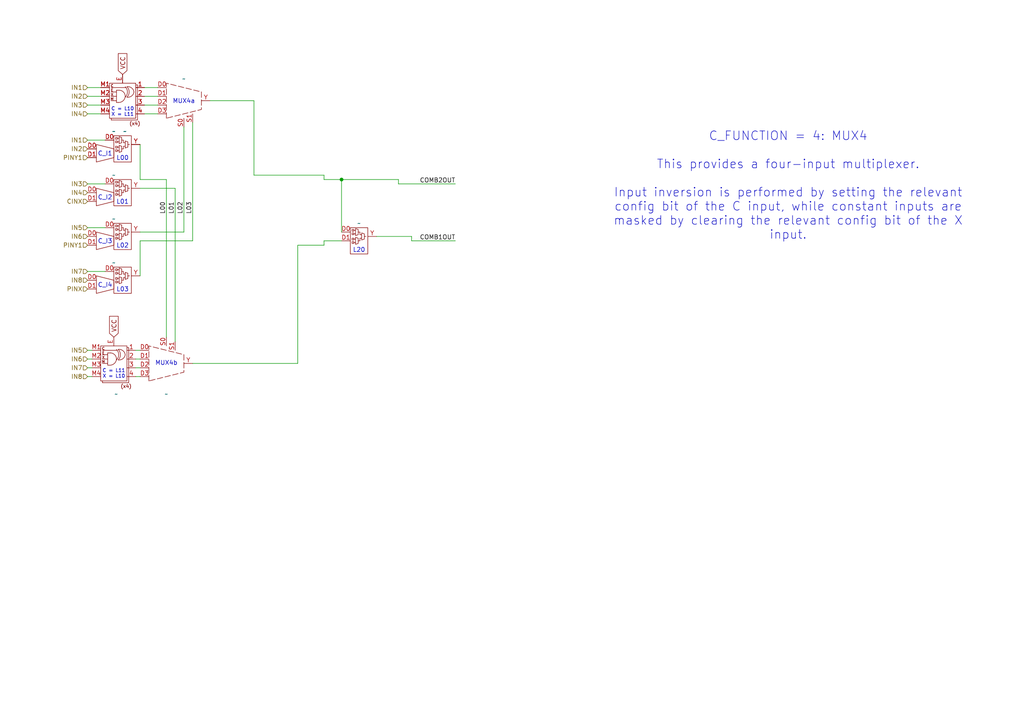
<source format=kicad_sch>
(kicad_sch
	(version 20250114)
	(generator "eeschema")
	(generator_version "9.0")
	(uuid "e1db954c-a408-4581-b001-cd836bef6bdd")
	(paper "A4")
	(title_block
		(title "CPE: 4-Input Multiplexer Mode")
		(rev "4")
		(company "YosysHQ")
	)
	(lib_symbols
		(symbol "LUT2 with C_I mux_1"
			(exclude_from_sim no)
			(in_bom yes)
			(on_board yes)
			(property "Reference" "L"
				(at 0 3.556 0)
				(effects
					(font
						(size 1.27 1.27)
					)
				)
			)
			(property "Value" ""
				(at 0 0 0)
				(effects
					(font
						(size 1.27 1.27)
					)
				)
			)
			(property "Footprint" ""
				(at 0 0 0)
				(effects
					(font
						(size 1.27 1.27)
					)
					(hide yes)
				)
			)
			(property "Datasheet" ""
				(at 0 0 0)
				(effects
					(font
						(size 1.27 1.27)
					)
					(hide yes)
				)
			)
			(property "Description" ""
				(at 0 0 0)
				(effects
					(font
						(size 1.27 1.27)
					)
					(hide yes)
				)
			)
			(symbol "LUT2 with C_I mux_1_0_1"
				(polyline
					(pts
						(xy -7.62 0) (xy -7.62 -5.08) (xy -2.54 -3.81) (xy -2.54 -1.27) (xy -7.62 0)
					)
					(stroke
						(width 0)
						(type default)
					)
					(fill
						(type none)
					)
				)
				(rectangle
					(start -2.54 2.54)
					(end 2.54 -5.08)
					(stroke
						(width 0)
						(type default)
					)
					(fill
						(type none)
					)
				)
				(rectangle
					(start -2.032 2.032)
					(end -1.524 1.524)
					(stroke
						(width 0)
						(type default)
					)
					(fill
						(type none)
					)
				)
				(rectangle
					(start -2.032 1.016)
					(end -1.524 0.508)
					(stroke
						(width 0)
						(type default)
					)
					(fill
						(type none)
					)
				)
				(rectangle
					(start -2.032 -0.508)
					(end -1.524 -1.016)
					(stroke
						(width 0)
						(type default)
					)
					(fill
						(type none)
					)
				)
				(rectangle
					(start -2.032 -1.524)
					(end -1.524 -2.032)
					(stroke
						(width 0)
						(type default)
					)
					(fill
						(type none)
					)
				)
				(polyline
					(pts
						(xy -1.524 1.778) (xy -1.016 1.778)
					)
					(stroke
						(width 0)
						(type default)
					)
					(fill
						(type none)
					)
				)
				(polyline
					(pts
						(xy -1.524 0.762) (xy -1.016 0.762)
					)
					(stroke
						(width 0)
						(type default)
					)
					(fill
						(type none)
					)
				)
				(polyline
					(pts
						(xy -1.524 -0.762) (xy -1.016 -0.762)
					)
					(stroke
						(width 0)
						(type default)
					)
					(fill
						(type none)
					)
				)
				(polyline
					(pts
						(xy -1.524 -1.778) (xy -1.016 -1.778)
					)
					(stroke
						(width 0)
						(type default)
					)
					(fill
						(type none)
					)
				)
				(polyline
					(pts
						(xy -1.016 0.254) (xy -1.016 2.286) (xy -0.254 2.032) (xy -0.254 0.508) (xy -1.016 0.254)
					)
					(stroke
						(width 0)
						(type default)
					)
					(fill
						(type none)
					)
				)
				(polyline
					(pts
						(xy -1.016 -0.254) (xy -1.016 -2.286) (xy -0.254 -2.032) (xy -0.254 -0.508) (xy -1.016 -0.254)
					)
					(stroke
						(width 0)
						(type default)
					)
					(fill
						(type none)
					)
				)
				(polyline
					(pts
						(xy -0.254 1.27) (xy 0.254 1.27) (xy 0.254 0.508) (xy 0.762 0.508)
					)
					(stroke
						(width 0)
						(type default)
					)
					(fill
						(type none)
					)
				)
				(polyline
					(pts
						(xy -0.254 -1.27) (xy 0.254 -1.27) (xy 0.254 -0.508) (xy 0.762 -0.508)
					)
					(stroke
						(width 0)
						(type default)
					)
					(fill
						(type none)
					)
				)
				(polyline
					(pts
						(xy 0.762 -1.016) (xy 0.762 1.016) (xy 1.524 0.762) (xy 1.524 -0.762) (xy 0.762 -1.016)
					)
					(stroke
						(width 0)
						(type default)
					)
					(fill
						(type none)
					)
				)
				(polyline
					(pts
						(xy 1.524 0) (xy 2.032 0)
					)
					(stroke
						(width 0)
						(type default)
					)
					(fill
						(type none)
					)
				)
			)
			(symbol "LUT2 with C_I mux_1_1_1"
				(pin input line
					(at -10.16 -1.27 0)
					(length 2.54)
					(name ""
						(effects
							(font
								(size 1.27 1.27)
							)
						)
					)
					(number "D0"
						(effects
							(font
								(size 1.27 1.27)
							)
						)
					)
				)
				(pin input line
					(at -10.16 -3.81 0)
					(length 2.54)
					(name ""
						(effects
							(font
								(size 1.27 1.27)
							)
						)
					)
					(number "D1"
						(effects
							(font
								(size 1.27 1.27)
							)
						)
					)
				)
				(pin input line
					(at -5.08 1.27 0)
					(length 2.54)
					(name ""
						(effects
							(font
								(size 1.27 1.27)
							)
						)
					)
					(number "D0"
						(effects
							(font
								(size 1.27 1.27)
							)
						)
					)
				)
				(pin output line
					(at 5.08 0 180)
					(length 2.54)
					(name ""
						(effects
							(font
								(size 1.27 1.27)
							)
						)
					)
					(number "Y"
						(effects
							(font
								(size 1.27 1.27)
							)
						)
					)
				)
			)
			(embedded_fonts no)
		)
		(symbol "LUT2 with C_I mux_2"
			(exclude_from_sim no)
			(in_bom yes)
			(on_board yes)
			(property "Reference" "L"
				(at 0 3.556 0)
				(effects
					(font
						(size 1.27 1.27)
					)
				)
			)
			(property "Value" ""
				(at 0 0 0)
				(effects
					(font
						(size 1.27 1.27)
					)
				)
			)
			(property "Footprint" ""
				(at 0 0 0)
				(effects
					(font
						(size 1.27 1.27)
					)
					(hide yes)
				)
			)
			(property "Datasheet" ""
				(at 0 0 0)
				(effects
					(font
						(size 1.27 1.27)
					)
					(hide yes)
				)
			)
			(property "Description" ""
				(at 0 0 0)
				(effects
					(font
						(size 1.27 1.27)
					)
					(hide yes)
				)
			)
			(symbol "LUT2 with C_I mux_2_0_1"
				(polyline
					(pts
						(xy -7.62 0) (xy -7.62 -5.08) (xy -2.54 -3.81) (xy -2.54 -1.27) (xy -7.62 0)
					)
					(stroke
						(width 0)
						(type default)
					)
					(fill
						(type none)
					)
				)
				(rectangle
					(start -2.54 2.54)
					(end 2.54 -5.08)
					(stroke
						(width 0)
						(type default)
					)
					(fill
						(type none)
					)
				)
				(rectangle
					(start -2.032 2.032)
					(end -1.524 1.524)
					(stroke
						(width 0)
						(type default)
					)
					(fill
						(type none)
					)
				)
				(rectangle
					(start -2.032 1.016)
					(end -1.524 0.508)
					(stroke
						(width 0)
						(type default)
					)
					(fill
						(type none)
					)
				)
				(rectangle
					(start -2.032 -0.508)
					(end -1.524 -1.016)
					(stroke
						(width 0)
						(type default)
					)
					(fill
						(type none)
					)
				)
				(rectangle
					(start -2.032 -1.524)
					(end -1.524 -2.032)
					(stroke
						(width 0)
						(type default)
					)
					(fill
						(type none)
					)
				)
				(polyline
					(pts
						(xy -1.524 1.778) (xy -1.016 1.778)
					)
					(stroke
						(width 0)
						(type default)
					)
					(fill
						(type none)
					)
				)
				(polyline
					(pts
						(xy -1.524 0.762) (xy -1.016 0.762)
					)
					(stroke
						(width 0)
						(type default)
					)
					(fill
						(type none)
					)
				)
				(polyline
					(pts
						(xy -1.524 -0.762) (xy -1.016 -0.762)
					)
					(stroke
						(width 0)
						(type default)
					)
					(fill
						(type none)
					)
				)
				(polyline
					(pts
						(xy -1.524 -1.778) (xy -1.016 -1.778)
					)
					(stroke
						(width 0)
						(type default)
					)
					(fill
						(type none)
					)
				)
				(polyline
					(pts
						(xy -1.016 0.254) (xy -1.016 2.286) (xy -0.254 2.032) (xy -0.254 0.508) (xy -1.016 0.254)
					)
					(stroke
						(width 0)
						(type default)
					)
					(fill
						(type none)
					)
				)
				(polyline
					(pts
						(xy -1.016 -0.254) (xy -1.016 -2.286) (xy -0.254 -2.032) (xy -0.254 -0.508) (xy -1.016 -0.254)
					)
					(stroke
						(width 0)
						(type default)
					)
					(fill
						(type none)
					)
				)
				(polyline
					(pts
						(xy -0.254 1.27) (xy 0.254 1.27) (xy 0.254 0.508) (xy 0.762 0.508)
					)
					(stroke
						(width 0)
						(type default)
					)
					(fill
						(type none)
					)
				)
				(polyline
					(pts
						(xy -0.254 -1.27) (xy 0.254 -1.27) (xy 0.254 -0.508) (xy 0.762 -0.508)
					)
					(stroke
						(width 0)
						(type default)
					)
					(fill
						(type none)
					)
				)
				(polyline
					(pts
						(xy 0.762 -1.016) (xy 0.762 1.016) (xy 1.524 0.762) (xy 1.524 -0.762) (xy 0.762 -1.016)
					)
					(stroke
						(width 0)
						(type default)
					)
					(fill
						(type none)
					)
				)
				(polyline
					(pts
						(xy 1.524 0) (xy 2.032 0)
					)
					(stroke
						(width 0)
						(type default)
					)
					(fill
						(type none)
					)
				)
			)
			(symbol "LUT2 with C_I mux_2_1_1"
				(pin input line
					(at -10.16 -1.27 0)
					(length 2.54)
					(name ""
						(effects
							(font
								(size 1.27 1.27)
							)
						)
					)
					(number "D0"
						(effects
							(font
								(size 1.27 1.27)
							)
						)
					)
				)
				(pin input line
					(at -10.16 -3.81 0)
					(length 2.54)
					(name ""
						(effects
							(font
								(size 1.27 1.27)
							)
						)
					)
					(number "D1"
						(effects
							(font
								(size 1.27 1.27)
							)
						)
					)
				)
				(pin input line
					(at -5.08 1.27 0)
					(length 2.54)
					(name ""
						(effects
							(font
								(size 1.27 1.27)
							)
						)
					)
					(number "D0"
						(effects
							(font
								(size 1.27 1.27)
							)
						)
					)
				)
				(pin output line
					(at 5.08 0 180)
					(length 2.54)
					(name ""
						(effects
							(font
								(size 1.27 1.27)
							)
						)
					)
					(number "Y"
						(effects
							(font
								(size 1.27 1.27)
							)
						)
					)
				)
			)
			(embedded_fonts no)
		)
		(symbol "LUT2 with C_I mux_3"
			(exclude_from_sim no)
			(in_bom yes)
			(on_board yes)
			(property "Reference" "L"
				(at 0 3.556 0)
				(effects
					(font
						(size 1.27 1.27)
					)
				)
			)
			(property "Value" ""
				(at 0 0 0)
				(effects
					(font
						(size 1.27 1.27)
					)
				)
			)
			(property "Footprint" ""
				(at 0 0 0)
				(effects
					(font
						(size 1.27 1.27)
					)
					(hide yes)
				)
			)
			(property "Datasheet" ""
				(at 0 0 0)
				(effects
					(font
						(size 1.27 1.27)
					)
					(hide yes)
				)
			)
			(property "Description" ""
				(at 0 0 0)
				(effects
					(font
						(size 1.27 1.27)
					)
					(hide yes)
				)
			)
			(symbol "LUT2 with C_I mux_3_0_1"
				(polyline
					(pts
						(xy -7.62 0) (xy -7.62 -5.08) (xy -2.54 -3.81) (xy -2.54 -1.27) (xy -7.62 0)
					)
					(stroke
						(width 0)
						(type default)
					)
					(fill
						(type none)
					)
				)
				(rectangle
					(start -2.54 2.54)
					(end 2.54 -5.08)
					(stroke
						(width 0)
						(type default)
					)
					(fill
						(type none)
					)
				)
				(rectangle
					(start -2.032 2.032)
					(end -1.524 1.524)
					(stroke
						(width 0)
						(type default)
					)
					(fill
						(type none)
					)
				)
				(rectangle
					(start -2.032 1.016)
					(end -1.524 0.508)
					(stroke
						(width 0)
						(type default)
					)
					(fill
						(type none)
					)
				)
				(rectangle
					(start -2.032 -0.508)
					(end -1.524 -1.016)
					(stroke
						(width 0)
						(type default)
					)
					(fill
						(type none)
					)
				)
				(rectangle
					(start -2.032 -1.524)
					(end -1.524 -2.032)
					(stroke
						(width 0)
						(type default)
					)
					(fill
						(type none)
					)
				)
				(polyline
					(pts
						(xy -1.524 1.778) (xy -1.016 1.778)
					)
					(stroke
						(width 0)
						(type default)
					)
					(fill
						(type none)
					)
				)
				(polyline
					(pts
						(xy -1.524 0.762) (xy -1.016 0.762)
					)
					(stroke
						(width 0)
						(type default)
					)
					(fill
						(type none)
					)
				)
				(polyline
					(pts
						(xy -1.524 -0.762) (xy -1.016 -0.762)
					)
					(stroke
						(width 0)
						(type default)
					)
					(fill
						(type none)
					)
				)
				(polyline
					(pts
						(xy -1.524 -1.778) (xy -1.016 -1.778)
					)
					(stroke
						(width 0)
						(type default)
					)
					(fill
						(type none)
					)
				)
				(polyline
					(pts
						(xy -1.016 0.254) (xy -1.016 2.286) (xy -0.254 2.032) (xy -0.254 0.508) (xy -1.016 0.254)
					)
					(stroke
						(width 0)
						(type default)
					)
					(fill
						(type none)
					)
				)
				(polyline
					(pts
						(xy -1.016 -0.254) (xy -1.016 -2.286) (xy -0.254 -2.032) (xy -0.254 -0.508) (xy -1.016 -0.254)
					)
					(stroke
						(width 0)
						(type default)
					)
					(fill
						(type none)
					)
				)
				(polyline
					(pts
						(xy -0.254 1.27) (xy 0.254 1.27) (xy 0.254 0.508) (xy 0.762 0.508)
					)
					(stroke
						(width 0)
						(type default)
					)
					(fill
						(type none)
					)
				)
				(polyline
					(pts
						(xy -0.254 -1.27) (xy 0.254 -1.27) (xy 0.254 -0.508) (xy 0.762 -0.508)
					)
					(stroke
						(width 0)
						(type default)
					)
					(fill
						(type none)
					)
				)
				(polyline
					(pts
						(xy 0.762 -1.016) (xy 0.762 1.016) (xy 1.524 0.762) (xy 1.524 -0.762) (xy 0.762 -1.016)
					)
					(stroke
						(width 0)
						(type default)
					)
					(fill
						(type none)
					)
				)
				(polyline
					(pts
						(xy 1.524 0) (xy 2.032 0)
					)
					(stroke
						(width 0)
						(type default)
					)
					(fill
						(type none)
					)
				)
			)
			(symbol "LUT2 with C_I mux_3_1_1"
				(pin input line
					(at -10.16 -1.27 0)
					(length 2.54)
					(name ""
						(effects
							(font
								(size 1.27 1.27)
							)
						)
					)
					(number "D0"
						(effects
							(font
								(size 1.27 1.27)
							)
						)
					)
				)
				(pin input line
					(at -10.16 -3.81 0)
					(length 2.54)
					(name ""
						(effects
							(font
								(size 1.27 1.27)
							)
						)
					)
					(number "D1"
						(effects
							(font
								(size 1.27 1.27)
							)
						)
					)
				)
				(pin input line
					(at -5.08 1.27 0)
					(length 2.54)
					(name ""
						(effects
							(font
								(size 1.27 1.27)
							)
						)
					)
					(number "D0"
						(effects
							(font
								(size 1.27 1.27)
							)
						)
					)
				)
				(pin output line
					(at 5.08 0 180)
					(length 2.54)
					(name ""
						(effects
							(font
								(size 1.27 1.27)
							)
						)
					)
					(number "Y"
						(effects
							(font
								(size 1.27 1.27)
							)
						)
					)
				)
			)
			(embedded_fonts no)
		)
		(symbol "peppercorn:LUT2"
			(exclude_from_sim no)
			(in_bom yes)
			(on_board yes)
			(property "Reference" "L"
				(at 0 3.556 0)
				(effects
					(font
						(size 1.27 1.27)
					)
				)
			)
			(property "Value" ""
				(at 0 0 0)
				(effects
					(font
						(size 1.27 1.27)
					)
				)
			)
			(property "Footprint" ""
				(at 0 0 0)
				(effects
					(font
						(size 1.27 1.27)
					)
					(hide yes)
				)
			)
			(property "Datasheet" ""
				(at 0 0 0)
				(effects
					(font
						(size 1.27 1.27)
					)
					(hide yes)
				)
			)
			(property "Description" ""
				(at 0 0 0)
				(effects
					(font
						(size 1.27 1.27)
					)
					(hide yes)
				)
			)
			(symbol "LUT2_0_1"
				(rectangle
					(start -2.54 2.54)
					(end 2.54 -5.08)
					(stroke
						(width 0)
						(type default)
					)
					(fill
						(type none)
					)
				)
				(rectangle
					(start -2.032 2.032)
					(end -1.524 1.524)
					(stroke
						(width 0)
						(type default)
					)
					(fill
						(type none)
					)
				)
				(rectangle
					(start -2.032 1.016)
					(end -1.524 0.508)
					(stroke
						(width 0)
						(type default)
					)
					(fill
						(type none)
					)
				)
				(rectangle
					(start -2.032 -0.508)
					(end -1.524 -1.016)
					(stroke
						(width 0)
						(type default)
					)
					(fill
						(type none)
					)
				)
				(rectangle
					(start -2.032 -1.524)
					(end -1.524 -2.032)
					(stroke
						(width 0)
						(type default)
					)
					(fill
						(type none)
					)
				)
				(polyline
					(pts
						(xy -1.524 1.778) (xy -1.016 1.778)
					)
					(stroke
						(width 0)
						(type default)
					)
					(fill
						(type none)
					)
				)
				(polyline
					(pts
						(xy -1.524 0.762) (xy -1.016 0.762)
					)
					(stroke
						(width 0)
						(type default)
					)
					(fill
						(type none)
					)
				)
				(polyline
					(pts
						(xy -1.524 -0.762) (xy -1.016 -0.762)
					)
					(stroke
						(width 0)
						(type default)
					)
					(fill
						(type none)
					)
				)
				(polyline
					(pts
						(xy -1.524 -1.778) (xy -1.016 -1.778)
					)
					(stroke
						(width 0)
						(type default)
					)
					(fill
						(type none)
					)
				)
				(polyline
					(pts
						(xy -1.016 0.254) (xy -1.016 2.286) (xy -0.254 2.032) (xy -0.254 0.508) (xy -1.016 0.254)
					)
					(stroke
						(width 0)
						(type default)
					)
					(fill
						(type none)
					)
				)
				(polyline
					(pts
						(xy -1.016 -0.254) (xy -1.016 -2.286) (xy -0.254 -2.032) (xy -0.254 -0.508) (xy -1.016 -0.254)
					)
					(stroke
						(width 0)
						(type default)
					)
					(fill
						(type none)
					)
				)
				(polyline
					(pts
						(xy -0.254 1.27) (xy 0.254 1.27) (xy 0.254 0.508) (xy 0.762 0.508)
					)
					(stroke
						(width 0)
						(type default)
					)
					(fill
						(type none)
					)
				)
				(polyline
					(pts
						(xy -0.254 -1.27) (xy 0.254 -1.27) (xy 0.254 -0.508) (xy 0.762 -0.508)
					)
					(stroke
						(width 0)
						(type default)
					)
					(fill
						(type none)
					)
				)
				(polyline
					(pts
						(xy 0.762 -1.016) (xy 0.762 1.016) (xy 1.524 0.762) (xy 1.524 -0.762) (xy 0.762 -1.016)
					)
					(stroke
						(width 0)
						(type default)
					)
					(fill
						(type none)
					)
				)
				(polyline
					(pts
						(xy 1.524 0) (xy 2.032 0)
					)
					(stroke
						(width 0)
						(type default)
					)
					(fill
						(type none)
					)
				)
			)
			(symbol "LUT2_1_1"
				(pin input line
					(at -5.08 1.27 0)
					(length 2.54)
					(name ""
						(effects
							(font
								(size 1.27 1.27)
							)
						)
					)
					(number "D0"
						(effects
							(font
								(size 1.27 1.27)
							)
						)
					)
				)
				(pin input line
					(at -5.08 -1.27 0)
					(length 2.54)
					(name ""
						(effects
							(font
								(size 1.27 1.27)
							)
						)
					)
					(number "D1"
						(effects
							(font
								(size 1.27 1.27)
							)
						)
					)
				)
				(pin output line
					(at 5.08 0 180)
					(length 2.54)
					(name ""
						(effects
							(font
								(size 1.27 1.27)
							)
						)
					)
					(number "Y"
						(effects
							(font
								(size 1.27 1.27)
							)
						)
					)
				)
			)
			(embedded_fonts no)
		)
		(symbol "peppercorn:LUT2 with C_I mux"
			(exclude_from_sim no)
			(in_bom yes)
			(on_board yes)
			(property "Reference" "L"
				(at 0 3.556 0)
				(effects
					(font
						(size 1.27 1.27)
					)
				)
			)
			(property "Value" ""
				(at 0 0 0)
				(effects
					(font
						(size 1.27 1.27)
					)
				)
			)
			(property "Footprint" ""
				(at 0 0 0)
				(effects
					(font
						(size 1.27 1.27)
					)
					(hide yes)
				)
			)
			(property "Datasheet" ""
				(at 0 0 0)
				(effects
					(font
						(size 1.27 1.27)
					)
					(hide yes)
				)
			)
			(property "Description" ""
				(at 0 0 0)
				(effects
					(font
						(size 1.27 1.27)
					)
					(hide yes)
				)
			)
			(symbol "LUT2 with C_I mux_0_1"
				(polyline
					(pts
						(xy -7.62 0) (xy -7.62 -5.08) (xy -2.54 -3.81) (xy -2.54 -1.27) (xy -7.62 0)
					)
					(stroke
						(width 0)
						(type default)
					)
					(fill
						(type none)
					)
				)
				(rectangle
					(start -2.54 2.54)
					(end 2.54 -5.08)
					(stroke
						(width 0)
						(type default)
					)
					(fill
						(type none)
					)
				)
				(rectangle
					(start -2.032 2.032)
					(end -1.524 1.524)
					(stroke
						(width 0)
						(type default)
					)
					(fill
						(type none)
					)
				)
				(rectangle
					(start -2.032 1.016)
					(end -1.524 0.508)
					(stroke
						(width 0)
						(type default)
					)
					(fill
						(type none)
					)
				)
				(rectangle
					(start -2.032 -0.508)
					(end -1.524 -1.016)
					(stroke
						(width 0)
						(type default)
					)
					(fill
						(type none)
					)
				)
				(rectangle
					(start -2.032 -1.524)
					(end -1.524 -2.032)
					(stroke
						(width 0)
						(type default)
					)
					(fill
						(type none)
					)
				)
				(polyline
					(pts
						(xy -1.524 1.778) (xy -1.016 1.778)
					)
					(stroke
						(width 0)
						(type default)
					)
					(fill
						(type none)
					)
				)
				(polyline
					(pts
						(xy -1.524 0.762) (xy -1.016 0.762)
					)
					(stroke
						(width 0)
						(type default)
					)
					(fill
						(type none)
					)
				)
				(polyline
					(pts
						(xy -1.524 -0.762) (xy -1.016 -0.762)
					)
					(stroke
						(width 0)
						(type default)
					)
					(fill
						(type none)
					)
				)
				(polyline
					(pts
						(xy -1.524 -1.778) (xy -1.016 -1.778)
					)
					(stroke
						(width 0)
						(type default)
					)
					(fill
						(type none)
					)
				)
				(polyline
					(pts
						(xy -1.016 0.254) (xy -1.016 2.286) (xy -0.254 2.032) (xy -0.254 0.508) (xy -1.016 0.254)
					)
					(stroke
						(width 0)
						(type default)
					)
					(fill
						(type none)
					)
				)
				(polyline
					(pts
						(xy -1.016 -0.254) (xy -1.016 -2.286) (xy -0.254 -2.032) (xy -0.254 -0.508) (xy -1.016 -0.254)
					)
					(stroke
						(width 0)
						(type default)
					)
					(fill
						(type none)
					)
				)
				(polyline
					(pts
						(xy -0.254 1.27) (xy 0.254 1.27) (xy 0.254 0.508) (xy 0.762 0.508)
					)
					(stroke
						(width 0)
						(type default)
					)
					(fill
						(type none)
					)
				)
				(polyline
					(pts
						(xy -0.254 -1.27) (xy 0.254 -1.27) (xy 0.254 -0.508) (xy 0.762 -0.508)
					)
					(stroke
						(width 0)
						(type default)
					)
					(fill
						(type none)
					)
				)
				(polyline
					(pts
						(xy 0.762 -1.016) (xy 0.762 1.016) (xy 1.524 0.762) (xy 1.524 -0.762) (xy 0.762 -1.016)
					)
					(stroke
						(width 0)
						(type default)
					)
					(fill
						(type none)
					)
				)
				(polyline
					(pts
						(xy 1.524 0) (xy 2.032 0)
					)
					(stroke
						(width 0)
						(type default)
					)
					(fill
						(type none)
					)
				)
			)
			(symbol "LUT2 with C_I mux_1_1"
				(pin input line
					(at -10.16 -1.27 0)
					(length 2.54)
					(name ""
						(effects
							(font
								(size 1.27 1.27)
							)
						)
					)
					(number "D0"
						(effects
							(font
								(size 1.27 1.27)
							)
						)
					)
				)
				(pin input line
					(at -10.16 -3.81 0)
					(length 2.54)
					(name ""
						(effects
							(font
								(size 1.27 1.27)
							)
						)
					)
					(number "D1"
						(effects
							(font
								(size 1.27 1.27)
							)
						)
					)
				)
				(pin input line
					(at -5.08 1.27 0)
					(length 2.54)
					(name ""
						(effects
							(font
								(size 1.27 1.27)
							)
						)
					)
					(number "D0"
						(effects
							(font
								(size 1.27 1.27)
							)
						)
					)
				)
				(pin output line
					(at 5.08 0 180)
					(length 2.54)
					(name ""
						(effects
							(font
								(size 1.27 1.27)
							)
						)
					)
					(number "Y"
						(effects
							(font
								(size 1.27 1.27)
							)
						)
					)
				)
			)
			(embedded_fonts no)
		)
		(symbol "peppercorn:MUX invert/mask"
			(exclude_from_sim no)
			(in_bom yes)
			(on_board yes)
			(property "Reference" "U"
				(at 0 -1.27 0)
				(effects
					(font
						(size 1.27 1.27)
					)
					(hide yes)
				)
			)
			(property "Value" ""
				(at 0 0 0)
				(effects
					(font
						(size 1.27 1.27)
					)
				)
			)
			(property "Footprint" ""
				(at 0 0 0)
				(effects
					(font
						(size 1.27 1.27)
					)
					(hide yes)
				)
			)
			(property "Datasheet" ""
				(at 0 0 0)
				(effects
					(font
						(size 1.27 1.27)
					)
					(hide yes)
				)
			)
			(property "Description" ""
				(at 0 0 0)
				(effects
					(font
						(size 1.27 1.27)
					)
					(hide yes)
				)
			)
			(symbol "MUX invert/mask_0_1"
				(rectangle
					(start -3.81 5.08)
					(end 3.81 -5.08)
					(stroke
						(width 0)
						(type default)
					)
					(fill
						(type none)
					)
				)
				(polyline
					(pts
						(xy -3.302 -5.588) (xy -3.302 -5.08)
					)
					(stroke
						(width 0)
						(type default)
					)
					(fill
						(type none)
					)
				)
				(polyline
					(pts
						(xy -3.302 -5.588) (xy 4.318 -5.588) (xy 4.318 4.572)
					)
					(stroke
						(width 0)
						(type default)
					)
					(fill
						(type none)
					)
				)
				(polyline
					(pts
						(xy -1.778 3.048) (xy -1.778 -0.508)
					)
					(stroke
						(width 0)
						(type default)
					)
					(fill
						(type none)
					)
				)
				(polyline
					(pts
						(xy -1.778 3.048) (xy -1.016 3.048)
					)
					(stroke
						(width 0)
						(type default)
					)
					(fill
						(type none)
					)
				)
				(polyline
					(pts
						(xy -1.778 2.54) (xy -3.302 2.54)
					)
					(stroke
						(width 0)
						(type default)
					)
					(fill
						(type none)
					)
				)
				(polyline
					(pts
						(xy -1.778 1.27) (xy -3.302 1.27)
					)
					(stroke
						(width 0)
						(type default)
					)
					(fill
						(type none)
					)
				)
				(polyline
					(pts
						(xy -1.778 0) (xy -3.302 0)
					)
					(stroke
						(width 0)
						(type default)
					)
					(fill
						(type none)
					)
				)
				(polyline
					(pts
						(xy -1.524 -0.508) (xy -1.27 -0.508) (xy -1.778 -0.508)
					)
					(stroke
						(width 0)
						(type default)
					)
					(fill
						(type none)
					)
				)
				(arc
					(start 0.762 1.27)
					(mid 0.1142 -0.0398)
					(end -1.27 -0.508)
					(stroke
						(width 0)
						(type default)
					)
					(fill
						(type none)
					)
				)
				(arc
					(start -1.016 3.048)
					(mid 0.2412 2.5272)
					(end 0.762 1.27)
					(stroke
						(width 0)
						(type default)
					)
					(fill
						(type none)
					)
				)
				(arc
					(start 0.762 4.064)
					(mid 1.3933 2.54)
					(end 0.762 1.016)
					(stroke
						(width 0)
						(type default)
					)
					(fill
						(type none)
					)
				)
				(arc
					(start 1.27 4.064)
					(mid 1.9012 2.54)
					(end 1.27 1.016)
					(stroke
						(width 0)
						(type default)
					)
					(fill
						(type none)
					)
				)
				(polyline
					(pts
						(xy 1.016 3.81) (xy -3.302 3.81)
					)
					(stroke
						(width 0)
						(type default)
					)
					(fill
						(type none)
					)
				)
				(arc
					(start 3.302 2.54)
					(mid 2.6016 1.3572)
					(end 1.27 1.016)
					(stroke
						(width 0)
						(type default)
					)
					(fill
						(type none)
					)
				)
				(arc
					(start 1.27 4.064)
					(mid 2.6016 3.7228)
					(end 3.3018 2.5398)
					(stroke
						(width 0)
						(type default)
					)
					(fill
						(type none)
					)
				)
				(polyline
					(pts
						(xy 4.318 4.572) (xy 3.81 4.572)
					)
					(stroke
						(width 0)
						(type default)
					)
					(fill
						(type none)
					)
				)
			)
			(symbol "MUX invert/mask_1_1"
				(text "C"
					(at -3.048 4.318 0)
					(effects
						(font
							(size 0.75 0.75)
						)
					)
				)
				(text "E"
					(at -3.048 3.048 0)
					(effects
						(font
							(size 0.75 0.75)
						)
					)
				)
				(text "X"
					(at -3.048 1.778 0)
					(effects
						(font
							(size 0.75 0.75)
						)
					)
				)
				(text "M"
					(at -3.048 0.508 0)
					(effects
						(font
							(size 0.75 0.75)
						)
					)
				)
				(text "(x4)"
					(at 3.556 -6.604 0)
					(effects
						(font
							(size 1 1)
						)
					)
				)
				(pin input line
					(at -6.35 3.81 0)
					(length 2.54)
					(name ""
						(effects
							(font
								(size 1.27 1.27)
							)
						)
					)
					(number "M1"
						(effects
							(font
								(size 1.27 1.27)
							)
						)
					)
				)
				(pin input line
					(at -6.35 1.27 0)
					(length 2.54)
					(name ""
						(effects
							(font
								(size 1.27 1.27)
							)
						)
					)
					(number "M2"
						(effects
							(font
								(size 1.27 1.27)
							)
						)
					)
				)
				(pin input line
					(at -6.35 -1.27 0)
					(length 2.54)
					(name ""
						(effects
							(font
								(size 1.27 1.27)
							)
						)
					)
					(number "M3"
						(effects
							(font
								(size 1.27 1.27)
							)
						)
					)
				)
				(pin input line
					(at -6.35 -3.81 0)
					(length 2.54)
					(name ""
						(effects
							(font
								(size 1.27 1.27)
							)
						)
					)
					(number "M4"
						(effects
							(font
								(size 1.27 1.27)
							)
						)
					)
				)
				(pin input line
					(at 0 7.62 270)
					(length 2.54)
					(name ""
						(effects
							(font
								(size 1.27 1.27)
							)
						)
					)
					(number "E"
						(effects
							(font
								(size 1.27 1.27)
							)
						)
					)
				)
				(pin output line
					(at 6.35 3.81 180)
					(length 2.54)
					(name ""
						(effects
							(font
								(size 1.27 1.27)
							)
						)
					)
					(number "1"
						(effects
							(font
								(size 1.27 1.27)
							)
						)
					)
				)
				(pin output line
					(at 6.35 1.27 180)
					(length 2.54)
					(name ""
						(effects
							(font
								(size 1.27 1.27)
							)
						)
					)
					(number "2"
						(effects
							(font
								(size 1.27 1.27)
							)
						)
					)
				)
				(pin output line
					(at 6.35 -1.27 180)
					(length 2.54)
					(name ""
						(effects
							(font
								(size 1.27 1.27)
							)
						)
					)
					(number "3"
						(effects
							(font
								(size 1.27 1.27)
							)
						)
					)
				)
				(pin output line
					(at 6.35 -3.81 180)
					(length 2.54)
					(name ""
						(effects
							(font
								(size 1.27 1.27)
							)
						)
					)
					(number "4"
						(effects
							(font
								(size 1.27 1.27)
							)
						)
					)
				)
			)
			(embedded_fonts no)
		)
		(symbol "peppercorn:MUX4 (conceptual)"
			(exclude_from_sim no)
			(in_bom yes)
			(on_board yes)
			(property "Reference" "M"
				(at 0 -3.81 0)
				(effects
					(font
						(size 1.27 1.27)
					)
					(hide yes)
				)
			)
			(property "Value" ""
				(at 0 0 0)
				(effects
					(font
						(size 1.27 1.27)
					)
				)
			)
			(property "Footprint" ""
				(at 0 0 0)
				(effects
					(font
						(size 1.27 1.27)
					)
					(hide yes)
				)
			)
			(property "Datasheet" ""
				(at 0 0 0)
				(effects
					(font
						(size 1.27 1.27)
					)
					(hide yes)
				)
			)
			(property "Description" ""
				(at 0 0 0)
				(effects
					(font
						(size 1.27 1.27)
					)
					(hide yes)
				)
			)
			(symbol "MUX4 (conceptual)_1_1"
				(polyline
					(pts
						(xy -5.08 -5.08) (xy -5.08 5.08) (xy 5.08 2.54) (xy 5.08 -2.54) (xy -5.08 -5.08)
					)
					(stroke
						(width 0)
						(type dash)
					)
					(fill
						(type none)
					)
				)
				(pin input line
					(at -7.62 3.81 0)
					(length 2.54)
					(name ""
						(effects
							(font
								(size 1.27 1.27)
							)
						)
					)
					(number "D0"
						(effects
							(font
								(size 1.27 1.27)
							)
						)
					)
				)
				(pin input line
					(at -7.62 1.27 0)
					(length 2.54)
					(name ""
						(effects
							(font
								(size 1.27 1.27)
							)
						)
					)
					(number "D1"
						(effects
							(font
								(size 1.27 1.27)
							)
						)
					)
				)
				(pin input line
					(at -7.62 -1.27 0)
					(length 2.54)
					(name ""
						(effects
							(font
								(size 1.27 1.27)
							)
						)
					)
					(number "D2"
						(effects
							(font
								(size 1.27 1.27)
							)
						)
					)
				)
				(pin input line
					(at -7.62 -3.81 0)
					(length 2.54)
					(name ""
						(effects
							(font
								(size 1.27 1.27)
							)
						)
					)
					(number "D3"
						(effects
							(font
								(size 1.27 1.27)
							)
						)
					)
				)
				(pin input line
					(at 0 7.62 270)
					(length 2.54)
					(name ""
						(effects
							(font
								(size 1.27 1.27)
							)
						)
					)
					(number "S0"
						(effects
							(font
								(size 1.27 1.27)
							)
						)
					)
				)
				(pin input line
					(at 2.54 6.35 270)
					(length 2.54)
					(name ""
						(effects
							(font
								(size 1.27 1.27)
							)
						)
					)
					(number "S1"
						(effects
							(font
								(size 1.27 1.27)
							)
						)
					)
				)
				(pin output line
					(at 7.62 0 180)
					(length 2.54)
					(name ""
						(effects
							(font
								(size 1.27 1.27)
							)
						)
					)
					(number "Y"
						(effects
							(font
								(size 1.27 1.27)
							)
						)
					)
				)
			)
			(embedded_fonts no)
		)
		(symbol "peppercorn:MUX4 (conceptual) (upside down)"
			(exclude_from_sim no)
			(in_bom yes)
			(on_board yes)
			(property "Reference" "M"
				(at 0 5.588 0)
				(effects
					(font
						(size 1.27 1.27)
					)
				)
			)
			(property "Value" ""
				(at 0 0 0)
				(effects
					(font
						(size 1.27 1.27)
					)
				)
			)
			(property "Footprint" ""
				(at 0 0 0)
				(effects
					(font
						(size 1.27 1.27)
					)
					(hide yes)
				)
			)
			(property "Datasheet" ""
				(at 0 0 0)
				(effects
					(font
						(size 1.27 1.27)
					)
					(hide yes)
				)
			)
			(property "Description" ""
				(at 0 0 0)
				(effects
					(font
						(size 1.27 1.27)
					)
					(hide yes)
				)
			)
			(symbol "MUX4 (conceptual) (upside down)_1_1"
				(polyline
					(pts
						(xy -2.54 -5.08) (xy -2.54 5.08) (xy 7.62 2.54) (xy 7.62 -2.54) (xy -2.54 -5.08)
					)
					(stroke
						(width 0)
						(type dash)
					)
					(fill
						(type none)
					)
				)
				(pin input line
					(at -5.08 3.81 0)
					(length 2.54)
					(name ""
						(effects
							(font
								(size 1.27 1.27)
							)
						)
					)
					(number "D0"
						(effects
							(font
								(size 1.27 1.27)
							)
						)
					)
				)
				(pin input line
					(at -5.08 1.27 0)
					(length 2.54)
					(name ""
						(effects
							(font
								(size 1.27 1.27)
							)
						)
					)
					(number "D1"
						(effects
							(font
								(size 1.27 1.27)
							)
						)
					)
				)
				(pin input line
					(at -5.08 -1.27 0)
					(length 2.54)
					(name ""
						(effects
							(font
								(size 1.27 1.27)
							)
						)
					)
					(number "D2"
						(effects
							(font
								(size 1.27 1.27)
							)
						)
					)
				)
				(pin input line
					(at -5.08 -3.81 0)
					(length 2.54)
					(name ""
						(effects
							(font
								(size 1.27 1.27)
							)
						)
					)
					(number "D3"
						(effects
							(font
								(size 1.27 1.27)
							)
						)
					)
				)
				(pin input line
					(at 2.54 -7.62 90)
					(length 2.54)
					(name ""
						(effects
							(font
								(size 1.27 1.27)
							)
						)
					)
					(number "S0"
						(effects
							(font
								(size 1.27 1.27)
							)
						)
					)
				)
				(pin input line
					(at 5.08 -6.35 90)
					(length 2.54)
					(name ""
						(effects
							(font
								(size 1.27 1.27)
							)
						)
					)
					(number "S1"
						(effects
							(font
								(size 1.27 1.27)
							)
						)
					)
				)
				(pin output line
					(at 10.16 0 180)
					(length 2.54)
					(name ""
						(effects
							(font
								(size 1.27 1.27)
							)
						)
					)
					(number "Y"
						(effects
							(font
								(size 1.27 1.27)
							)
						)
					)
				)
			)
			(embedded_fonts no)
		)
	)
	(text "C_FUNCTION = 4: MUX4\n\nThis provides a four-input multiplexer.\n\nInput inversion is performed by setting the relevant\nconfig bit of the C input, while constant inputs are\nmasked by clearing the relevant config bit of the X\ninput."
		(exclude_from_sim no)
		(at 228.6 38.1 0)
		(effects
			(font
				(size 2.54 2.54)
			)
			(justify top)
		)
		(uuid "2322f752-021c-4897-b633-610dd886ea80")
	)
	(text "MUX4b"
		(exclude_from_sim no)
		(at 48.26 105.41 0)
		(effects
			(font
				(size 1.27 1.27)
			)
		)
		(uuid "29617fa4-60be-43ed-a076-e44170a40785")
	)
	(text "C_I4"
		(exclude_from_sim no)
		(at 30.48 82.804 0)
		(effects
			(font
				(size 1.27 1.27)
			)
		)
		(uuid "3a1d9399-b445-420b-83f4-a0d676caba31")
	)
	(text "C_I2"
		(exclude_from_sim no)
		(at 30.48 57.404 0)
		(effects
			(font
				(size 1.27 1.27)
			)
		)
		(uuid "53f8a4cd-63fa-4108-97af-010bd6d92edb")
	)
	(text "L03"
		(exclude_from_sim no)
		(at 35.56 84.074 0)
		(effects
			(font
				(size 1.27 1.27)
			)
		)
		(uuid "5afa5379-ef1a-4e1d-b813-5350aaf78db3")
	)
	(text "L00"
		(exclude_from_sim no)
		(at 35.56 45.974 0)
		(effects
			(font
				(size 1.27 1.27)
			)
		)
		(uuid "63744662-4a71-4e6d-a05b-de794785298a")
	)
	(text "L20"
		(exclude_from_sim no)
		(at 104.14 72.644 0)
		(effects
			(font
				(size 1.27 1.27)
			)
		)
		(uuid "6ff126eb-540b-4beb-aaa5-7b60eca0c4cb")
	)
	(text "L02"
		(exclude_from_sim no)
		(at 35.56 71.374 0)
		(effects
			(font
				(size 1.27 1.27)
			)
		)
		(uuid "8e65f15a-7071-41f6-b978-d1b765b931e9")
	)
	(text "C_I3"
		(exclude_from_sim no)
		(at 30.48 70.104 0)
		(effects
			(font
				(size 1.27 1.27)
			)
		)
		(uuid "91373625-dc40-4dcf-8908-6d1607dd2f63")
	)
	(text "C = L10\nX = L11"
		(exclude_from_sim no)
		(at 35.56 32.512 0)
		(effects
			(font
				(size 1 1)
			)
		)
		(uuid "9a174cb0-7003-4cdc-9096-0c059f39df01")
	)
	(text "C_I1"
		(exclude_from_sim no)
		(at 30.48 44.704 0)
		(effects
			(font
				(size 1.27 1.27)
			)
		)
		(uuid "bba92bae-71bc-4497-b0a0-1e4422ceedcc")
	)
	(text "C = L11\nX = L10"
		(exclude_from_sim no)
		(at 33.02 108.458 0)
		(effects
			(font
				(size 1 1)
			)
		)
		(uuid "be002df3-9cd6-4836-abd9-a175ab721f26")
	)
	(text "MUX4a"
		(exclude_from_sim no)
		(at 53.34 29.464 0)
		(effects
			(font
				(size 1.27 1.27)
			)
		)
		(uuid "d7de2853-3bfd-4911-978e-8227cafbff39")
	)
	(text "L01"
		(exclude_from_sim no)
		(at 35.56 58.674 0)
		(effects
			(font
				(size 1.27 1.27)
			)
		)
		(uuid "de171935-7c07-4096-87b1-554030b9ebcc")
	)
	(junction
		(at 99.06 52.07)
		(diameter 0)
		(color 0 0 0 0)
		(uuid "2e3b3f9a-d166-4f75-a530-e1d6a73fd4d8")
	)
	(wire
		(pts
			(xy 39.37 104.14) (xy 40.64 104.14)
		)
		(stroke
			(width 0)
			(type default)
		)
		(uuid "01d49b1f-5330-46ce-9a95-9a18590efc86")
	)
	(wire
		(pts
			(xy 86.36 71.12) (xy 93.98 71.12)
		)
		(stroke
			(width 0)
			(type default)
		)
		(uuid "07cc9470-526f-4448-b169-92b1426d37c8")
	)
	(wire
		(pts
			(xy 99.06 52.07) (xy 115.57 52.07)
		)
		(stroke
			(width 0)
			(type default)
		)
		(uuid "0b5899f2-702f-4b45-8fad-867409bdf2b5")
	)
	(wire
		(pts
			(xy 86.36 71.12) (xy 86.36 105.41)
		)
		(stroke
			(width 0)
			(type default)
		)
		(uuid "0b981085-032e-4b2a-b6df-688330ba9547")
	)
	(wire
		(pts
			(xy 40.64 52.07) (xy 48.26 52.07)
		)
		(stroke
			(width 0)
			(type default)
		)
		(uuid "0c3bdae1-38d5-4086-80d6-7650c086fb8f")
	)
	(wire
		(pts
			(xy 48.26 52.07) (xy 48.26 97.79)
		)
		(stroke
			(width 0)
			(type default)
		)
		(uuid "125b3507-2033-46b3-b666-5dd06dbdc033")
	)
	(wire
		(pts
			(xy 25.4 40.64) (xy 30.48 40.64)
		)
		(stroke
			(width 0)
			(type default)
		)
		(uuid "17862432-7fd4-416c-a2da-8dfc0954ab2a")
	)
	(wire
		(pts
			(xy 25.4 106.68) (xy 26.67 106.68)
		)
		(stroke
			(width 0)
			(type default)
		)
		(uuid "1d1f05bf-cd2d-41e8-afff-2d3bb714bade")
	)
	(wire
		(pts
			(xy 40.64 54.61) (xy 50.8 54.61)
		)
		(stroke
			(width 0)
			(type default)
		)
		(uuid "2148fe1f-ac0d-40f5-9947-6bdf6549bfdb")
	)
	(wire
		(pts
			(xy 41.91 33.02) (xy 45.72 33.02)
		)
		(stroke
			(width 0)
			(type default)
		)
		(uuid "226f48d3-d28d-4779-bbfb-5c8ebb2debcd")
	)
	(wire
		(pts
			(xy 55.88 105.41) (xy 86.36 105.41)
		)
		(stroke
			(width 0)
			(type default)
		)
		(uuid "2955c876-1714-4b8f-8b96-65c970e5e17e")
	)
	(wire
		(pts
			(xy 93.98 69.85) (xy 99.06 69.85)
		)
		(stroke
			(width 0)
			(type default)
		)
		(uuid "295c3fcd-8556-4a2b-a875-4582b1e93ded")
	)
	(wire
		(pts
			(xy 93.98 50.8) (xy 93.98 52.07)
		)
		(stroke
			(width 0)
			(type default)
		)
		(uuid "36f44fd4-8d2b-4c86-a0e6-232b081cb973")
	)
	(wire
		(pts
			(xy 50.8 54.61) (xy 50.8 99.06)
		)
		(stroke
			(width 0)
			(type default)
		)
		(uuid "4c3e0983-fc1a-4d07-ae5c-62742291b2a6")
	)
	(wire
		(pts
			(xy 41.91 30.48) (xy 45.72 30.48)
		)
		(stroke
			(width 0)
			(type default)
		)
		(uuid "4cee0248-6a28-4ffa-8dd7-fedb7aefb264")
	)
	(wire
		(pts
			(xy 25.4 53.34) (xy 30.48 53.34)
		)
		(stroke
			(width 0)
			(type default)
		)
		(uuid "4d045592-a586-4ba0-baad-6080c3e05978")
	)
	(wire
		(pts
			(xy 25.4 27.94) (xy 29.21 27.94)
		)
		(stroke
			(width 0)
			(type default)
		)
		(uuid "4d224ad1-52c5-4621-a4c8-19f230ee5dca")
	)
	(wire
		(pts
			(xy 99.06 52.07) (xy 99.06 67.31)
		)
		(stroke
			(width 0)
			(type default)
		)
		(uuid "50263570-e053-414f-828f-6f95828c117b")
	)
	(wire
		(pts
			(xy 119.38 69.85) (xy 132.08 69.85)
		)
		(stroke
			(width 0)
			(type default)
		)
		(uuid "50be42e3-d83a-4eff-8a9b-54953785d61e")
	)
	(wire
		(pts
			(xy 41.91 25.4) (xy 45.72 25.4)
		)
		(stroke
			(width 0)
			(type default)
		)
		(uuid "5181b66d-1286-44b5-86d1-dffc50a4978e")
	)
	(wire
		(pts
			(xy 53.34 36.83) (xy 53.34 67.31)
		)
		(stroke
			(width 0)
			(type default)
		)
		(uuid "61e351b7-7bb5-4e54-bde6-642d22321641")
	)
	(wire
		(pts
			(xy 119.38 68.58) (xy 119.38 69.85)
		)
		(stroke
			(width 0)
			(type default)
		)
		(uuid "62ef00aa-ddae-4210-92a2-4f65f171c051")
	)
	(wire
		(pts
			(xy 39.37 101.6) (xy 40.64 101.6)
		)
		(stroke
			(width 0)
			(type default)
		)
		(uuid "68f0a7dc-bc98-497f-b770-f4fe332f3eee")
	)
	(wire
		(pts
			(xy 115.57 53.34) (xy 132.08 53.34)
		)
		(stroke
			(width 0)
			(type default)
		)
		(uuid "6f0d140b-6219-4911-89cc-c9fd59c9e28f")
	)
	(wire
		(pts
			(xy 73.66 50.8) (xy 93.98 50.8)
		)
		(stroke
			(width 0)
			(type default)
		)
		(uuid "7bc5b7ef-1d33-4384-9602-567698080cbc")
	)
	(wire
		(pts
			(xy 25.4 30.48) (xy 29.21 30.48)
		)
		(stroke
			(width 0)
			(type default)
		)
		(uuid "7e721205-1cc4-460d-b2e9-d65b41df597c")
	)
	(wire
		(pts
			(xy 25.4 25.4) (xy 29.21 25.4)
		)
		(stroke
			(width 0)
			(type default)
		)
		(uuid "82b7425a-e905-495a-bbcd-7fe02ff117b4")
	)
	(wire
		(pts
			(xy 115.57 52.07) (xy 115.57 53.34)
		)
		(stroke
			(width 0)
			(type default)
		)
		(uuid "88a746cd-f7f1-4245-a5d0-0349eab0a695")
	)
	(wire
		(pts
			(xy 40.64 67.31) (xy 53.34 67.31)
		)
		(stroke
			(width 0)
			(type default)
		)
		(uuid "9353fb2c-c6dc-4acc-87a4-76ff88fd7b5e")
	)
	(wire
		(pts
			(xy 40.64 69.85) (xy 55.88 69.85)
		)
		(stroke
			(width 0)
			(type default)
		)
		(uuid "9a31fab7-ec35-40ce-a53c-afab25aff264")
	)
	(wire
		(pts
			(xy 40.64 69.85) (xy 40.64 80.01)
		)
		(stroke
			(width 0)
			(type default)
		)
		(uuid "a4ff5f7b-1993-4614-859a-d9efcedffa29")
	)
	(wire
		(pts
			(xy 25.4 101.6) (xy 26.67 101.6)
		)
		(stroke
			(width 0)
			(type default)
		)
		(uuid "ac65e58c-fda6-48ef-ac47-dfb27e81bfab")
	)
	(wire
		(pts
			(xy 25.4 66.04) (xy 30.48 66.04)
		)
		(stroke
			(width 0)
			(type default)
		)
		(uuid "b30ed5bf-62db-4d2e-8005-e593738221fa")
	)
	(wire
		(pts
			(xy 41.91 27.94) (xy 45.72 27.94)
		)
		(stroke
			(width 0)
			(type default)
		)
		(uuid "b5ff051c-75b5-43f8-a415-a4be5c926402")
	)
	(wire
		(pts
			(xy 25.4 33.02) (xy 29.21 33.02)
		)
		(stroke
			(width 0)
			(type default)
		)
		(uuid "bbff3928-d920-4480-a297-8bf7e18786ed")
	)
	(wire
		(pts
			(xy 40.64 52.07) (xy 40.64 41.91)
		)
		(stroke
			(width 0)
			(type default)
		)
		(uuid "c3519a3a-d756-4384-b794-68d27bf3b397")
	)
	(wire
		(pts
			(xy 25.4 78.74) (xy 30.48 78.74)
		)
		(stroke
			(width 0)
			(type default)
		)
		(uuid "c3c37642-16ba-4017-b9f9-ab298deb9588")
	)
	(wire
		(pts
			(xy 93.98 71.12) (xy 93.98 69.85)
		)
		(stroke
			(width 0)
			(type default)
		)
		(uuid "c4545dd3-b9ef-4717-add3-b28988d440c2")
	)
	(wire
		(pts
			(xy 109.22 68.58) (xy 119.38 68.58)
		)
		(stroke
			(width 0)
			(type default)
		)
		(uuid "c4a2034c-c626-4aea-a543-29177c6ce46a")
	)
	(wire
		(pts
			(xy 73.66 50.8) (xy 73.66 29.21)
		)
		(stroke
			(width 0)
			(type default)
		)
		(uuid "d621f376-13e6-4490-a757-d0733109f611")
	)
	(wire
		(pts
			(xy 93.98 52.07) (xy 99.06 52.07)
		)
		(stroke
			(width 0)
			(type default)
		)
		(uuid "dd589bbc-7b1f-4d8a-990b-2510397a5fc3")
	)
	(wire
		(pts
			(xy 55.88 35.56) (xy 55.88 69.85)
		)
		(stroke
			(width 0)
			(type default)
		)
		(uuid "ddc03ff9-9dd0-4851-b4d1-9c7e10cd7f46")
	)
	(wire
		(pts
			(xy 73.66 29.21) (xy 60.96 29.21)
		)
		(stroke
			(width 0)
			(type default)
		)
		(uuid "e170e58e-d6dc-422e-ae7d-8e5526d31b14")
	)
	(wire
		(pts
			(xy 25.4 104.14) (xy 26.67 104.14)
		)
		(stroke
			(width 0)
			(type default)
		)
		(uuid "f171b47d-d4c8-4773-ad79-44c1505452a1")
	)
	(wire
		(pts
			(xy 39.37 106.68) (xy 40.64 106.68)
		)
		(stroke
			(width 0)
			(type default)
		)
		(uuid "f1ea094e-dc86-40d9-bafb-0e56ee9a9c21")
	)
	(wire
		(pts
			(xy 39.37 109.22) (xy 40.64 109.22)
		)
		(stroke
			(width 0)
			(type default)
		)
		(uuid "f3571475-3d2e-4cc1-aa15-5223c51eaeb6")
	)
	(wire
		(pts
			(xy 25.4 109.22) (xy 26.67 109.22)
		)
		(stroke
			(width 0)
			(type default)
		)
		(uuid "fbf27140-d2bf-40bb-898e-345fa0a67eb2")
	)
	(label "L01"
		(at 50.8 58.42 270)
		(effects
			(font
				(size 1.27 1.27)
			)
			(justify right bottom)
		)
		(uuid "14df3c97-936d-4218-9c84-8e950e3deef8")
	)
	(label "COMB2OUT"
		(at 132.08 53.34 180)
		(effects
			(font
				(size 1.27 1.27)
			)
			(justify right bottom)
		)
		(uuid "42fb415c-6af7-473a-a5b4-6b1a7c90c844")
	)
	(label "COMB1OUT"
		(at 132.08 69.85 180)
		(effects
			(font
				(size 1.27 1.27)
			)
			(justify right bottom)
		)
		(uuid "54837760-40c7-4945-b9b0-37f03e8664e0")
	)
	(label "L02"
		(at 53.34 58.42 270)
		(effects
			(font
				(size 1.27 1.27)
			)
			(justify right bottom)
		)
		(uuid "871df31e-50e3-46e9-a8a8-dc1175b47ccd")
	)
	(label "L00"
		(at 48.26 58.42 270)
		(effects
			(font
				(size 1.27 1.27)
			)
			(justify right bottom)
		)
		(uuid "a08d2b94-0682-4d1a-985a-49e819818ee0")
	)
	(label "L03"
		(at 55.88 58.42 270)
		(effects
			(font
				(size 1.27 1.27)
			)
			(justify right bottom)
		)
		(uuid "a45c7332-66f5-4ee4-8290-fed0bcacc5b1")
	)
	(global_label "VCC"
		(shape input)
		(at 35.56 21.59 90)
		(fields_autoplaced yes)
		(effects
			(font
				(size 1.27 1.27)
			)
			(justify left)
		)
		(uuid "77da3440-56a4-497b-b335-f8312acd2f2f")
		(property "Intersheetrefs" "${INTERSHEET_REFS}"
			(at 35.56 14.9762 90)
			(effects
				(font
					(size 1.27 1.27)
				)
				(justify left)
				(hide yes)
			)
		)
	)
	(global_label "VCC"
		(shape input)
		(at 33.02 97.79 90)
		(fields_autoplaced yes)
		(effects
			(font
				(size 1.27 1.27)
			)
			(justify left)
		)
		(uuid "ca551fff-4b55-4822-a274-6a650677eb50")
		(property "Intersheetrefs" "${INTERSHEET_REFS}"
			(at 33.02 91.1762 90)
			(effects
				(font
					(size 1.27 1.27)
				)
				(justify left)
				(hide yes)
			)
		)
	)
	(hierarchical_label "IN1"
		(shape input)
		(at 25.4 40.64 180)
		(effects
			(font
				(size 1.27 1.27)
			)
			(justify right)
		)
		(uuid "11ca57c2-6870-4796-b6b4-386c0fdf853c")
	)
	(hierarchical_label "IN1"
		(shape input)
		(at 25.4 25.4 180)
		(effects
			(font
				(size 1.27 1.27)
			)
			(justify right)
		)
		(uuid "36664bb2-f9f8-4d59-9b4c-d4630efb2384")
	)
	(hierarchical_label "IN5"
		(shape input)
		(at 25.4 66.04 180)
		(effects
			(font
				(size 1.27 1.27)
			)
			(justify right)
		)
		(uuid "3a0cef1d-ad2f-4429-a245-36fd087a4b01")
	)
	(hierarchical_label "IN7"
		(shape input)
		(at 25.4 78.74 180)
		(effects
			(font
				(size 1.27 1.27)
			)
			(justify right)
		)
		(uuid "3fb36529-d874-417b-b136-49605dad9958")
	)
	(hierarchical_label "IN2"
		(shape input)
		(at 25.4 43.18 180)
		(effects
			(font
				(size 1.27 1.27)
			)
			(justify right)
		)
		(uuid "424ec6f1-45be-4dc3-b6eb-3425942944b3")
	)
	(hierarchical_label "IN8"
		(shape input)
		(at 25.4 81.28 180)
		(effects
			(font
				(size 1.27 1.27)
			)
			(justify right)
		)
		(uuid "5387f3c0-a56c-423f-b96d-e3ba4ba82961")
	)
	(hierarchical_label "IN7"
		(shape input)
		(at 25.4 106.68 180)
		(effects
			(font
				(size 1.27 1.27)
			)
			(justify right)
		)
		(uuid "58b13b4e-7d32-4c5e-a71d-401cf92f49d9")
	)
	(hierarchical_label "IN6"
		(shape input)
		(at 25.4 104.14 180)
		(effects
			(font
				(size 1.27 1.27)
			)
			(justify right)
		)
		(uuid "62054cc3-ad3a-4f25-a025-173483ac42dc")
	)
	(hierarchical_label "PINY1"
		(shape input)
		(at 25.4 45.72 180)
		(effects
			(font
				(size 1.27 1.27)
			)
			(justify right)
		)
		(uuid "7fa6cb30-b92d-464c-9e5e-04c1fafbb2e5")
	)
	(hierarchical_label "IN8"
		(shape input)
		(at 25.4 109.22 180)
		(effects
			(font
				(size 1.27 1.27)
			)
			(justify right)
		)
		(uuid "7fc3e864-53de-46f7-973d-128046d7d6c2")
	)
	(hierarchical_label "IN5"
		(shape input)
		(at 25.4 101.6 180)
		(effects
			(font
				(size 1.27 1.27)
			)
			(justify right)
		)
		(uuid "82a82732-9434-4901-b646-7ab6e8b6da93")
	)
	(hierarchical_label "PINY1"
		(shape input)
		(at 25.4 71.12 180)
		(effects
			(font
				(size 1.27 1.27)
			)
			(justify right)
		)
		(uuid "8a1fcdd6-770d-428e-a93d-1ee3e5ec2485")
	)
	(hierarchical_label "IN3"
		(shape input)
		(at 25.4 30.48 180)
		(effects
			(font
				(size 1.27 1.27)
			)
			(justify right)
		)
		(uuid "8e8e34c9-da8d-45ee-a37b-705140b04968")
	)
	(hierarchical_label "IN4"
		(shape input)
		(at 25.4 33.02 180)
		(effects
			(font
				(size 1.27 1.27)
			)
			(justify right)
		)
		(uuid "a5692dc5-52cd-42cf-8819-78c11a02244d")
	)
	(hierarchical_label "IN6"
		(shape input)
		(at 25.4 68.58 180)
		(effects
			(font
				(size 1.27 1.27)
			)
			(justify right)
		)
		(uuid "af094efe-e293-44c9-a8f5-be07b7cfb4c3")
	)
	(hierarchical_label "IN3"
		(shape input)
		(at 25.4 53.34 180)
		(effects
			(font
				(size 1.27 1.27)
			)
			(justify right)
		)
		(uuid "b252e8be-8143-4c03-a57a-38a36de15d9e")
	)
	(hierarchical_label "IN2"
		(shape input)
		(at 25.4 27.94 180)
		(effects
			(font
				(size 1.27 1.27)
			)
			(justify right)
		)
		(uuid "b40d7286-a28a-4e98-9d2c-466a43b8d4c0")
	)
	(hierarchical_label "PINX"
		(shape input)
		(at 25.4 83.82 180)
		(effects
			(font
				(size 1.27 1.27)
			)
			(justify right)
		)
		(uuid "c53a60a7-0bc4-4d29-9c92-8585edff64c9")
	)
	(hierarchical_label "CINX"
		(shape input)
		(at 25.4 58.42 180)
		(effects
			(font
				(size 1.27 1.27)
			)
			(justify right)
		)
		(uuid "f4f8828b-8f78-49eb-9b5c-f9a2e11ddce3")
	)
	(hierarchical_label "IN4"
		(shape input)
		(at 25.4 55.88 180)
		(effects
			(font
				(size 1.27 1.27)
			)
			(justify right)
		)
		(uuid "fe79ff1f-c20b-4395-a432-724cbf59b619")
	)
	(symbol
		(lib_id "peppercorn:MUX4 (conceptual) (upside down)")
		(at 50.8 29.21 0)
		(unit 1)
		(exclude_from_sim no)
		(in_bom yes)
		(on_board yes)
		(dnp no)
		(fields_autoplaced yes)
		(uuid "1c2537f1-e4d8-4a80-9e37-bb693bb4fabe")
		(property "Reference" "M13"
			(at 53.34 20.32 0)
			(effects
				(font
					(size 1.27 1.27)
				)
				(hide yes)
			)
		)
		(property "Value" "~"
			(at 53.34 22.86 0)
			(effects
				(font
					(size 1.27 1.27)
				)
			)
		)
		(property "Footprint" ""
			(at 50.8 29.21 0)
			(effects
				(font
					(size 1.27 1.27)
				)
				(hide yes)
			)
		)
		(property "Datasheet" ""
			(at 50.8 29.21 0)
			(effects
				(font
					(size 1.27 1.27)
				)
				(hide yes)
			)
		)
		(property "Description" ""
			(at 50.8 29.21 0)
			(effects
				(font
					(size 1.27 1.27)
				)
				(hide yes)
			)
		)
		(pin "D3"
			(uuid "a9ed3b46-2e8e-4c38-98af-7ef9a3a26a5c")
		)
		(pin "D2"
			(uuid "b4c9b643-e864-4025-b2b6-d507fa15bcdf")
		)
		(pin "D0"
			(uuid "b5944d28-16be-4609-8a59-8d122e5c6d21")
		)
		(pin "S0"
			(uuid "30e01df8-cb13-4f09-8584-8c32ed95cc31")
		)
		(pin "Y"
			(uuid "469be8e2-bb49-42f9-be15-6acd754a8629")
		)
		(pin "D1"
			(uuid "251d4275-675e-4b0b-a6a3-b6f7ab4251e4")
		)
		(pin "S1"
			(uuid "bd65e2df-4ff9-479f-b2b8-883a864976a6")
		)
		(instances
			(project "prjpeppercorn"
				(path "/5a7723f7-3f6f-437e-b958-e402b06d3f54/10267851-36ea-4cef-a7d1-733014bf44ba/2cdae2f1-b557-4e09-a2ce-72fe69c1cde7"
					(reference "M769")
					(unit 1)
				)
				(path "/5a7723f7-3f6f-437e-b958-e402b06d3f54/10712960-9d68-44ab-9263-4d6a1023dbc4/2cdae2f1-b557-4e09-a2ce-72fe69c1cde7"
					(reference "M177")
					(unit 1)
				)
				(path "/5a7723f7-3f6f-437e-b958-e402b06d3f54/213bc7b9-e128-4444-87f8-9514f96db5d7/2cdae2f1-b557-4e09-a2ce-72fe69c1cde7"
					(reference "M373")
					(unit 1)
				)
				(path "/5a7723f7-3f6f-437e-b958-e402b06d3f54/2230e204-608d-4529-b33f-27f2903e32dc/2cdae2f1-b557-4e09-a2ce-72fe69c1cde7"
					(reference "M65")
					(unit 1)
				)
				(path "/5a7723f7-3f6f-437e-b958-e402b06d3f54/303dbe62-25dc-49e5-9ee2-37afeb4d19e7/2cdae2f1-b557-4e09-a2ce-72fe69c1cde7"
					(reference "M809")
					(unit 1)
				)
				(path "/5a7723f7-3f6f-437e-b958-e402b06d3f54/3708e668-06fd-4bde-a510-be9c4c483743/2cdae2f1-b557-4e09-a2ce-72fe69c1cde7"
					(reference "M357")
					(unit 1)
				)
				(path "/5a7723f7-3f6f-437e-b958-e402b06d3f54/3f316f32-190e-4f32-9c15-1cd4f82ec60d/2cdae2f1-b557-4e09-a2ce-72fe69c1cde7"
					(reference "M777")
					(unit 1)
				)
				(path "/5a7723f7-3f6f-437e-b958-e402b06d3f54/5bad9d32-c3e8-4160-adf1-aa4f27acbfec/2cdae2f1-b557-4e09-a2ce-72fe69c1cde7"
					(reference "M801")
					(unit 1)
				)
				(path "/5a7723f7-3f6f-437e-b958-e402b06d3f54/8aa34640-bb40-4fe2-bc97-bb16bcd53a98/2cdae2f1-b557-4e09-a2ce-72fe69c1cde7"
					(reference "M365")
					(unit 1)
				)
				(path "/5a7723f7-3f6f-437e-b958-e402b06d3f54/9b1ab731-94a3-4118-a2ae-9618fbf2d52b/2cdae2f1-b557-4e09-a2ce-72fe69c1cde7"
					(reference "M753")
					(unit 1)
				)
				(path "/5a7723f7-3f6f-437e-b958-e402b06d3f54/ba5b86d8-c058-4b4e-97ab-c38cca17e5b2/2cdae2f1-b557-4e09-a2ce-72fe69c1cde7"
					(reference "M381")
					(unit 1)
				)
				(path "/5a7723f7-3f6f-437e-b958-e402b06d3f54/cb769740-e0a9-4f3d-b622-ba158089ec4b/2cdae2f1-b557-4e09-a2ce-72fe69c1cde7"
					(reference "M13")
					(unit 1)
				)
				(path "/5a7723f7-3f6f-437e-b958-e402b06d3f54/cbe1029e-5a96-486f-be41-aa502d2843a4/2cdae2f1-b557-4e09-a2ce-72fe69c1cde7"
					(reference "M169")
					(unit 1)
				)
				(path "/5a7723f7-3f6f-437e-b958-e402b06d3f54/d3f726a8-b35c-41f9-8b51-40750bd789d0/2cdae2f1-b557-4e09-a2ce-72fe69c1cde7"
					(reference "M761")
					(unit 1)
				)
				(path "/5a7723f7-3f6f-437e-b958-e402b06d3f54/e31b35bd-ad23-4fe2-862f-f5d03a701296/2cdae2f1-b557-4e09-a2ce-72fe69c1cde7"
					(reference "M793")
					(unit 1)
				)
				(path "/5a7723f7-3f6f-437e-b958-e402b06d3f54/eacde244-d6aa-4a0d-9322-f308275f8164/2cdae2f1-b557-4e09-a2ce-72fe69c1cde7"
					(reference "M785")
					(unit 1)
				)
			)
		)
	)
	(symbol
		(lib_id "peppercorn:LUT2 with C_I mux")
		(at 35.56 41.91 0)
		(unit 1)
		(exclude_from_sim no)
		(in_bom yes)
		(on_board yes)
		(dnp no)
		(fields_autoplaced yes)
		(uuid "1cea73b8-e4bf-4477-938c-c83245ca19d1")
		(property "Reference" "L20"
			(at 33.02 35.56 0)
			(effects
				(font
					(size 1.27 1.27)
				)
				(hide yes)
			)
		)
		(property "Value" "~"
			(at 33.02 38.1 0)
			(effects
				(font
					(size 1.27 1.27)
				)
			)
		)
		(property "Footprint" ""
			(at 35.56 41.91 0)
			(effects
				(font
					(size 1.27 1.27)
				)
				(hide yes)
			)
		)
		(property "Datasheet" ""
			(at 35.56 41.91 0)
			(effects
				(font
					(size 1.27 1.27)
				)
				(hide yes)
			)
		)
		(property "Description" ""
			(at 35.56 41.91 0)
			(effects
				(font
					(size 1.27 1.27)
				)
				(hide yes)
			)
		)
		(pin "D1"
			(uuid "e129de86-86e2-4b90-ac72-a09d79fa8ccf")
		)
		(pin "Y"
			(uuid "f6a22bc4-f0ff-408e-a6c6-2cbda847f31c")
		)
		(pin "D0"
			(uuid "96b24630-afc6-48c6-a00c-71f6555d9aaa")
		)
		(pin "D0"
			(uuid "f8ee8fee-98c3-4dbd-ade6-51049617cfdf")
		)
		(instances
			(project "prjpeppercorn"
				(path "/5a7723f7-3f6f-437e-b958-e402b06d3f54/10267851-36ea-4cef-a7d1-733014bf44ba/2cdae2f1-b557-4e09-a2ce-72fe69c1cde7"
					(reference "L408")
					(unit 1)
				)
				(path "/5a7723f7-3f6f-437e-b958-e402b06d3f54/10712960-9d68-44ab-9263-4d6a1023dbc4/2cdae2f1-b557-4e09-a2ce-72fe69c1cde7"
					(reference "L114")
					(unit 1)
				)
				(path "/5a7723f7-3f6f-437e-b958-e402b06d3f54/213bc7b9-e128-4444-87f8-9514f96db5d7/2cdae2f1-b557-4e09-a2ce-72fe69c1cde7"
					(reference "L224")
					(unit 1)
				)
				(path "/5a7723f7-3f6f-437e-b958-e402b06d3f54/2230e204-608d-4529-b33f-27f2903e32dc/2cdae2f1-b557-4e09-a2ce-72fe69c1cde7"
					(reference "L50")
					(unit 1)
				)
				(path "/5a7723f7-3f6f-437e-b958-e402b06d3f54/303dbe62-25dc-49e5-9ee2-37afeb4d19e7/2cdae2f1-b557-4e09-a2ce-72fe69c1cde7"
					(reference "L498")
					(unit 1)
				)
				(path "/5a7723f7-3f6f-437e-b958-e402b06d3f54/3708e668-06fd-4bde-a510-be9c4c483743/2cdae2f1-b557-4e09-a2ce-72fe69c1cde7"
					(reference "L188")
					(unit 1)
				)
				(path "/5a7723f7-3f6f-437e-b958-e402b06d3f54/3f316f32-190e-4f32-9c15-1cd4f82ec60d/2cdae2f1-b557-4e09-a2ce-72fe69c1cde7"
					(reference "L426")
					(unit 1)
				)
				(path "/5a7723f7-3f6f-437e-b958-e402b06d3f54/5bad9d32-c3e8-4160-adf1-aa4f27acbfec/2cdae2f1-b557-4e09-a2ce-72fe69c1cde7"
					(reference "L480")
					(unit 1)
				)
				(path "/5a7723f7-3f6f-437e-b958-e402b06d3f54/8aa34640-bb40-4fe2-bc97-bb16bcd53a98/2cdae2f1-b557-4e09-a2ce-72fe69c1cde7"
					(reference "L206")
					(unit 1)
				)
				(path "/5a7723f7-3f6f-437e-b958-e402b06d3f54/9b1ab731-94a3-4118-a2ae-9618fbf2d52b/2cdae2f1-b557-4e09-a2ce-72fe69c1cde7"
					(reference "L372")
					(unit 1)
				)
				(path "/5a7723f7-3f6f-437e-b958-e402b06d3f54/ba5b86d8-c058-4b4e-97ab-c38cca17e5b2/2cdae2f1-b557-4e09-a2ce-72fe69c1cde7"
					(reference "L242")
					(unit 1)
				)
				(path "/5a7723f7-3f6f-437e-b958-e402b06d3f54/cb769740-e0a9-4f3d-b622-ba158089ec4b/2cdae2f1-b557-4e09-a2ce-72fe69c1cde7"
					(reference "L20")
					(unit 1)
				)
				(path "/5a7723f7-3f6f-437e-b958-e402b06d3f54/cbe1029e-5a96-486f-be41-aa502d2843a4/2cdae2f1-b557-4e09-a2ce-72fe69c1cde7"
					(reference "L96")
					(unit 1)
				)
				(path "/5a7723f7-3f6f-437e-b958-e402b06d3f54/d3f726a8-b35c-41f9-8b51-40750bd789d0/2cdae2f1-b557-4e09-a2ce-72fe69c1cde7"
					(reference "L390")
					(unit 1)
				)
				(path "/5a7723f7-3f6f-437e-b958-e402b06d3f54/e31b35bd-ad23-4fe2-862f-f5d03a701296/2cdae2f1-b557-4e09-a2ce-72fe69c1cde7"
					(reference "L462")
					(unit 1)
				)
				(path "/5a7723f7-3f6f-437e-b958-e402b06d3f54/eacde244-d6aa-4a0d-9322-f308275f8164/2cdae2f1-b557-4e09-a2ce-72fe69c1cde7"
					(reference "L444")
					(unit 1)
				)
			)
		)
	)
	(symbol
		(lib_id "peppercorn:MUX invert/mask")
		(at 33.02 105.41 0)
		(unit 1)
		(exclude_from_sim no)
		(in_bom yes)
		(on_board yes)
		(dnp no)
		(fields_autoplaced yes)
		(uuid "1de3a489-e7a1-4d4f-aff9-0fb11612e130")
		(property "Reference" "U6"
			(at 33.02 107.95 0)
			(effects
				(font
					(size 1.27 1.27)
				)
				(hide yes)
			)
		)
		(property "Value" "~"
			(at 33.7106 114.3 0)
			(effects
				(font
					(size 1.27 1.27)
				)
			)
		)
		(property "Footprint" ""
			(at 33.02 105.41 0)
			(effects
				(font
					(size 1.27 1.27)
				)
				(hide yes)
			)
		)
		(property "Datasheet" ""
			(at 33.02 105.41 0)
			(effects
				(font
					(size 1.27 1.27)
				)
				(hide yes)
			)
		)
		(property "Description" ""
			(at 33.02 105.41 0)
			(effects
				(font
					(size 1.27 1.27)
				)
				(hide yes)
			)
		)
		(pin "3"
			(uuid "4c16dfd5-c261-4b32-9e56-99dbaa4e704f")
		)
		(pin "4"
			(uuid "be09fe8a-717a-4333-9840-d4c6af45e52c")
		)
		(pin "1"
			(uuid "5c38edf1-738c-4705-a22d-a8ad84efa063")
		)
		(pin "2"
			(uuid "1d61448b-9e75-4c03-a3f1-1e16be1b39c1")
		)
		(pin "M2"
			(uuid "599b56c4-656f-4f9c-aad8-61d91819fbf6")
		)
		(pin "M4"
			(uuid "93137156-e373-404c-bdf0-0c88883178e7")
		)
		(pin "E"
			(uuid "907ea067-d30f-46de-8750-6bce97e183b6")
		)
		(pin "M1"
			(uuid "b260d51e-5d82-4210-b0af-2a1f7174552a")
		)
		(pin "M3"
			(uuid "83009ae1-3785-4484-8c05-fa802a5c3359")
		)
		(instances
			(project "prjpeppercorn"
				(path "/5a7723f7-3f6f-437e-b958-e402b06d3f54/10267851-36ea-4cef-a7d1-733014bf44ba/2cdae2f1-b557-4e09-a2ce-72fe69c1cde7"
					(reference "U1977")
					(unit 1)
				)
				(path "/5a7723f7-3f6f-437e-b958-e402b06d3f54/10712960-9d68-44ab-9263-4d6a1023dbc4/2cdae2f1-b557-4e09-a2ce-72fe69c1cde7"
					(reference "U474")
					(unit 1)
				)
				(path "/5a7723f7-3f6f-437e-b958-e402b06d3f54/213bc7b9-e128-4444-87f8-9514f96db5d7/2cdae2f1-b557-4e09-a2ce-72fe69c1cde7"
					(reference "U985")
					(unit 1)
				)
				(path "/5a7723f7-3f6f-437e-b958-e402b06d3f54/2230e204-608d-4529-b33f-27f2903e32dc/2cdae2f1-b557-4e09-a2ce-72fe69c1cde7"
					(reference "U196")
					(unit 1)
				)
				(path "/5a7723f7-3f6f-437e-b958-e402b06d3f54/303dbe62-25dc-49e5-9ee2-37afeb4d19e7/2cdae2f1-b557-4e09-a2ce-72fe69c1cde7"
					(reference "U2102")
					(unit 1)
				)
				(path "/5a7723f7-3f6f-437e-b958-e402b06d3f54/3708e668-06fd-4bde-a510-be9c4c483743/2cdae2f1-b557-4e09-a2ce-72fe69c1cde7"
					(reference "U935")
					(unit 1)
				)
				(path "/5a7723f7-3f6f-437e-b958-e402b06d3f54/3f316f32-190e-4f32-9c15-1cd4f82ec60d/2cdae2f1-b557-4e09-a2ce-72fe69c1cde7"
					(reference "U2002")
					(unit 1)
				)
				(path "/5a7723f7-3f6f-437e-b958-e402b06d3f54/5bad9d32-c3e8-4160-adf1-aa4f27acbfec/2cdae2f1-b557-4e09-a2ce-72fe69c1cde7"
					(reference "U2077")
					(unit 1)
				)
				(path "/5a7723f7-3f6f-437e-b958-e402b06d3f54/8aa34640-bb40-4fe2-bc97-bb16bcd53a98/2cdae2f1-b557-4e09-a2ce-72fe69c1cde7"
					(reference "U960")
					(unit 1)
				)
				(path "/5a7723f7-3f6f-437e-b958-e402b06d3f54/9b1ab731-94a3-4118-a2ae-9618fbf2d52b/2cdae2f1-b557-4e09-a2ce-72fe69c1cde7"
					(reference "U1927")
					(unit 1)
				)
				(path "/5a7723f7-3f6f-437e-b958-e402b06d3f54/ba5b86d8-c058-4b4e-97ab-c38cca17e5b2/2cdae2f1-b557-4e09-a2ce-72fe69c1cde7"
					(reference "U1010")
					(unit 1)
				)
				(path "/5a7723f7-3f6f-437e-b958-e402b06d3f54/cb769740-e0a9-4f3d-b622-ba158089ec4b/2cdae2f1-b557-4e09-a2ce-72fe69c1cde7"
					(reference "U6")
					(unit 1)
				)
				(path "/5a7723f7-3f6f-437e-b958-e402b06d3f54/cbe1029e-5a96-486f-be41-aa502d2843a4/2cdae2f1-b557-4e09-a2ce-72fe69c1cde7"
					(reference "U449")
					(unit 1)
				)
				(path "/5a7723f7-3f6f-437e-b958-e402b06d3f54/d3f726a8-b35c-41f9-8b51-40750bd789d0/2cdae2f1-b557-4e09-a2ce-72fe69c1cde7"
					(reference "U1952")
					(unit 1)
				)
				(path "/5a7723f7-3f6f-437e-b958-e402b06d3f54/e31b35bd-ad23-4fe2-862f-f5d03a701296/2cdae2f1-b557-4e09-a2ce-72fe69c1cde7"
					(reference "U2052")
					(unit 1)
				)
				(path "/5a7723f7-3f6f-437e-b958-e402b06d3f54/eacde244-d6aa-4a0d-9322-f308275f8164/2cdae2f1-b557-4e09-a2ce-72fe69c1cde7"
					(reference "U2027")
					(unit 1)
				)
			)
		)
	)
	(symbol
		(lib_id "peppercorn:MUX4 (conceptual)")
		(at 48.26 105.41 0)
		(unit 1)
		(exclude_from_sim no)
		(in_bom yes)
		(on_board yes)
		(dnp no)
		(fields_autoplaced yes)
		(uuid "238de562-53ac-4aec-bfd2-171cb9593710")
		(property "Reference" "M12"
			(at 48.26 111.76 0)
			(effects
				(font
					(size 1.27 1.27)
				)
				(hide yes)
			)
		)
		(property "Value" "~"
			(at 48.26 114.3 0)
			(effects
				(font
					(size 1.27 1.27)
				)
			)
		)
		(property "Footprint" ""
			(at 48.26 105.41 0)
			(effects
				(font
					(size 1.27 1.27)
				)
				(hide yes)
			)
		)
		(property "Datasheet" ""
			(at 48.26 105.41 0)
			(effects
				(font
					(size 1.27 1.27)
				)
				(hide yes)
			)
		)
		(property "Description" ""
			(at 48.26 105.41 0)
			(effects
				(font
					(size 1.27 1.27)
				)
				(hide yes)
			)
		)
		(pin "D0"
			(uuid "5f2f4ad7-78f3-41a4-871d-fbf3b3123860")
		)
		(pin "S0"
			(uuid "90382982-9138-4667-b153-cb4d085939d5")
		)
		(pin "D3"
			(uuid "3e4f0940-a621-49f6-9fc9-7d616d62a886")
		)
		(pin "D2"
			(uuid "c9629e21-f032-4ca6-8366-dfcf3ea7b5bf")
		)
		(pin "D1"
			(uuid "a5afa263-9b9a-49c5-8e44-8163f15487f9")
		)
		(pin "S1"
			(uuid "1b546fef-6092-43a4-9100-22654843a1a1")
		)
		(pin "Y"
			(uuid "fb5c507c-6712-45ed-80c7-dd7df6a0f5a1")
		)
		(instances
			(project "prjpeppercorn"
				(path "/5a7723f7-3f6f-437e-b958-e402b06d3f54/10267851-36ea-4cef-a7d1-733014bf44ba/2cdae2f1-b557-4e09-a2ce-72fe69c1cde7"
					(reference "M768")
					(unit 1)
				)
				(path "/5a7723f7-3f6f-437e-b958-e402b06d3f54/10712960-9d68-44ab-9263-4d6a1023dbc4/2cdae2f1-b557-4e09-a2ce-72fe69c1cde7"
					(reference "M176")
					(unit 1)
				)
				(path "/5a7723f7-3f6f-437e-b958-e402b06d3f54/213bc7b9-e128-4444-87f8-9514f96db5d7/2cdae2f1-b557-4e09-a2ce-72fe69c1cde7"
					(reference "M372")
					(unit 1)
				)
				(path "/5a7723f7-3f6f-437e-b958-e402b06d3f54/2230e204-608d-4529-b33f-27f2903e32dc/2cdae2f1-b557-4e09-a2ce-72fe69c1cde7"
					(reference "M64")
					(unit 1)
				)
				(path "/5a7723f7-3f6f-437e-b958-e402b06d3f54/303dbe62-25dc-49e5-9ee2-37afeb4d19e7/2cdae2f1-b557-4e09-a2ce-72fe69c1cde7"
					(reference "M808")
					(unit 1)
				)
				(path "/5a7723f7-3f6f-437e-b958-e402b06d3f54/3708e668-06fd-4bde-a510-be9c4c483743/2cdae2f1-b557-4e09-a2ce-72fe69c1cde7"
					(reference "M356")
					(unit 1)
				)
				(path "/5a7723f7-3f6f-437e-b958-e402b06d3f54/3f316f32-190e-4f32-9c15-1cd4f82ec60d/2cdae2f1-b557-4e09-a2ce-72fe69c1cde7"
					(reference "M776")
					(unit 1)
				)
				(path "/5a7723f7-3f6f-437e-b958-e402b06d3f54/5bad9d32-c3e8-4160-adf1-aa4f27acbfec/2cdae2f1-b557-4e09-a2ce-72fe69c1cde7"
					(reference "M800")
					(unit 1)
				)
				(path "/5a7723f7-3f6f-437e-b958-e402b06d3f54/8aa34640-bb40-4fe2-bc97-bb16bcd53a98/2cdae2f1-b557-4e09-a2ce-72fe69c1cde7"
					(reference "M364")
					(unit 1)
				)
				(path "/5a7723f7-3f6f-437e-b958-e402b06d3f54/9b1ab731-94a3-4118-a2ae-9618fbf2d52b/2cdae2f1-b557-4e09-a2ce-72fe69c1cde7"
					(reference "M752")
					(unit 1)
				)
				(path "/5a7723f7-3f6f-437e-b958-e402b06d3f54/ba5b86d8-c058-4b4e-97ab-c38cca17e5b2/2cdae2f1-b557-4e09-a2ce-72fe69c1cde7"
					(reference "M380")
					(unit 1)
				)
				(path "/5a7723f7-3f6f-437e-b958-e402b06d3f54/cb769740-e0a9-4f3d-b622-ba158089ec4b/2cdae2f1-b557-4e09-a2ce-72fe69c1cde7"
					(reference "M12")
					(unit 1)
				)
				(path "/5a7723f7-3f6f-437e-b958-e402b06d3f54/cbe1029e-5a96-486f-be41-aa502d2843a4/2cdae2f1-b557-4e09-a2ce-72fe69c1cde7"
					(reference "M168")
					(unit 1)
				)
				(path "/5a7723f7-3f6f-437e-b958-e402b06d3f54/d3f726a8-b35c-41f9-8b51-40750bd789d0/2cdae2f1-b557-4e09-a2ce-72fe69c1cde7"
					(reference "M760")
					(unit 1)
				)
				(path "/5a7723f7-3f6f-437e-b958-e402b06d3f54/e31b35bd-ad23-4fe2-862f-f5d03a701296/2cdae2f1-b557-4e09-a2ce-72fe69c1cde7"
					(reference "M792")
					(unit 1)
				)
				(path "/5a7723f7-3f6f-437e-b958-e402b06d3f54/eacde244-d6aa-4a0d-9322-f308275f8164/2cdae2f1-b557-4e09-a2ce-72fe69c1cde7"
					(reference "M784")
					(unit 1)
				)
			)
		)
	)
	(symbol
		(lib_id "peppercorn:MUX invert/mask")
		(at 35.56 29.21 0)
		(unit 1)
		(exclude_from_sim no)
		(in_bom yes)
		(on_board yes)
		(dnp no)
		(fields_autoplaced yes)
		(uuid "3c2d5a65-6e70-43d7-aabf-4644bb87bf73")
		(property "Reference" "U7"
			(at 35.56 31.75 0)
			(effects
				(font
					(size 1.27 1.27)
				)
				(hide yes)
			)
		)
		(property "Value" "~"
			(at 36.2506 38.1 0)
			(effects
				(font
					(size 1.27 1.27)
				)
			)
		)
		(property "Footprint" ""
			(at 35.56 29.21 0)
			(effects
				(font
					(size 1.27 1.27)
				)
				(hide yes)
			)
		)
		(property "Datasheet" ""
			(at 35.56 29.21 0)
			(effects
				(font
					(size 1.27 1.27)
				)
				(hide yes)
			)
		)
		(property "Description" ""
			(at 35.56 29.21 0)
			(effects
				(font
					(size 1.27 1.27)
				)
				(hide yes)
			)
		)
		(pin "3"
			(uuid "c4888828-850e-4076-b2f5-bc103be79a7e")
		)
		(pin "4"
			(uuid "0de7e23b-2970-4585-80ae-5574b020109f")
		)
		(pin "1"
			(uuid "9e92d2d2-cad7-401c-b63c-940c1db37cb3")
		)
		(pin "M4"
			(uuid "2e789f1b-2cdf-4e6f-b4f4-9873a674d8f4")
		)
		(pin "M3"
			(uuid "a1ea9708-1bf0-4f3d-9b61-592b1052221d")
		)
		(pin "2"
			(uuid "906dc9a9-a09e-42c1-8551-e6b93876118f")
		)
		(pin "M2"
			(uuid "e76bb7ea-5212-48da-81da-c3eec88fdde0")
		)
		(pin "M1"
			(uuid "725034a0-7832-402c-aefe-2124e10f574e")
		)
		(pin "E"
			(uuid "bfdefc5c-24cc-4f2b-97f9-fd0c7a790fee")
		)
		(instances
			(project "prjpeppercorn"
				(path "/5a7723f7-3f6f-437e-b958-e402b06d3f54/10267851-36ea-4cef-a7d1-733014bf44ba/2cdae2f1-b557-4e09-a2ce-72fe69c1cde7"
					(reference "U1978")
					(unit 1)
				)
				(path "/5a7723f7-3f6f-437e-b958-e402b06d3f54/10712960-9d68-44ab-9263-4d6a1023dbc4/2cdae2f1-b557-4e09-a2ce-72fe69c1cde7"
					(reference "U475")
					(unit 1)
				)
				(path "/5a7723f7-3f6f-437e-b958-e402b06d3f54/213bc7b9-e128-4444-87f8-9514f96db5d7/2cdae2f1-b557-4e09-a2ce-72fe69c1cde7"
					(reference "U986")
					(unit 1)
				)
				(path "/5a7723f7-3f6f-437e-b958-e402b06d3f54/2230e204-608d-4529-b33f-27f2903e32dc/2cdae2f1-b557-4e09-a2ce-72fe69c1cde7"
					(reference "U197")
					(unit 1)
				)
				(path "/5a7723f7-3f6f-437e-b958-e402b06d3f54/303dbe62-25dc-49e5-9ee2-37afeb4d19e7/2cdae2f1-b557-4e09-a2ce-72fe69c1cde7"
					(reference "U2103")
					(unit 1)
				)
				(path "/5a7723f7-3f6f-437e-b958-e402b06d3f54/3708e668-06fd-4bde-a510-be9c4c483743/2cdae2f1-b557-4e09-a2ce-72fe69c1cde7"
					(reference "U936")
					(unit 1)
				)
				(path "/5a7723f7-3f6f-437e-b958-e402b06d3f54/3f316f32-190e-4f32-9c15-1cd4f82ec60d/2cdae2f1-b557-4e09-a2ce-72fe69c1cde7"
					(reference "U2003")
					(unit 1)
				)
				(path "/5a7723f7-3f6f-437e-b958-e402b06d3f54/5bad9d32-c3e8-4160-adf1-aa4f27acbfec/2cdae2f1-b557-4e09-a2ce-72fe69c1cde7"
					(reference "U2078")
					(unit 1)
				)
				(path "/5a7723f7-3f6f-437e-b958-e402b06d3f54/8aa34640-bb40-4fe2-bc97-bb16bcd53a98/2cdae2f1-b557-4e09-a2ce-72fe69c1cde7"
					(reference "U961")
					(unit 1)
				)
				(path "/5a7723f7-3f6f-437e-b958-e402b06d3f54/9b1ab731-94a3-4118-a2ae-9618fbf2d52b/2cdae2f1-b557-4e09-a2ce-72fe69c1cde7"
					(reference "U1928")
					(unit 1)
				)
				(path "/5a7723f7-3f6f-437e-b958-e402b06d3f54/ba5b86d8-c058-4b4e-97ab-c38cca17e5b2/2cdae2f1-b557-4e09-a2ce-72fe69c1cde7"
					(reference "U1011")
					(unit 1)
				)
				(path "/5a7723f7-3f6f-437e-b958-e402b06d3f54/cb769740-e0a9-4f3d-b622-ba158089ec4b/2cdae2f1-b557-4e09-a2ce-72fe69c1cde7"
					(reference "U7")
					(unit 1)
				)
				(path "/5a7723f7-3f6f-437e-b958-e402b06d3f54/cbe1029e-5a96-486f-be41-aa502d2843a4/2cdae2f1-b557-4e09-a2ce-72fe69c1cde7"
					(reference "U450")
					(unit 1)
				)
				(path "/5a7723f7-3f6f-437e-b958-e402b06d3f54/d3f726a8-b35c-41f9-8b51-40750bd789d0/2cdae2f1-b557-4e09-a2ce-72fe69c1cde7"
					(reference "U1953")
					(unit 1)
				)
				(path "/5a7723f7-3f6f-437e-b958-e402b06d3f54/e31b35bd-ad23-4fe2-862f-f5d03a701296/2cdae2f1-b557-4e09-a2ce-72fe69c1cde7"
					(reference "U2053")
					(unit 1)
				)
				(path "/5a7723f7-3f6f-437e-b958-e402b06d3f54/eacde244-d6aa-4a0d-9322-f308275f8164/2cdae2f1-b557-4e09-a2ce-72fe69c1cde7"
					(reference "U2028")
					(unit 1)
				)
			)
		)
	)
	(symbol
		(lib_id "peppercorn:LUT2")
		(at 104.14 68.58 0)
		(unit 1)
		(exclude_from_sim no)
		(in_bom yes)
		(on_board yes)
		(dnp no)
		(fields_autoplaced yes)
		(uuid "3d4326ff-6707-4b83-a278-4461973ffa74")
		(property "Reference" "L23"
			(at 104.14 62.23 0)
			(effects
				(font
					(size 1.27 1.27)
				)
				(hide yes)
			)
		)
		(property "Value" "~"
			(at 104.14 64.77 0)
			(effects
				(font
					(size 1.27 1.27)
				)
			)
		)
		(property "Footprint" ""
			(at 104.14 68.58 0)
			(effects
				(font
					(size 1.27 1.27)
				)
				(hide yes)
			)
		)
		(property "Datasheet" ""
			(at 104.14 68.58 0)
			(effects
				(font
					(size 1.27 1.27)
				)
				(hide yes)
			)
		)
		(property "Description" ""
			(at 104.14 68.58 0)
			(effects
				(font
					(size 1.27 1.27)
				)
				(hide yes)
			)
		)
		(pin "Y"
			(uuid "953a5c17-8628-4acf-856c-89ec8da47510")
		)
		(pin "D1"
			(uuid "4e878274-4c25-4bb5-9c84-9ee380fe78f3")
		)
		(pin "D0"
			(uuid "e8344933-dd05-4023-8549-e36664b1ea94")
		)
		(instances
			(project "prjpeppercorn"
				(path "/5a7723f7-3f6f-437e-b958-e402b06d3f54/10267851-36ea-4cef-a7d1-733014bf44ba/2cdae2f1-b557-4e09-a2ce-72fe69c1cde7"
					(reference "L409")
					(unit 1)
				)
				(path "/5a7723f7-3f6f-437e-b958-e402b06d3f54/10712960-9d68-44ab-9263-4d6a1023dbc4/2cdae2f1-b557-4e09-a2ce-72fe69c1cde7"
					(reference "L115")
					(unit 1)
				)
				(path "/5a7723f7-3f6f-437e-b958-e402b06d3f54/213bc7b9-e128-4444-87f8-9514f96db5d7/2cdae2f1-b557-4e09-a2ce-72fe69c1cde7"
					(reference "L225")
					(unit 1)
				)
				(path "/5a7723f7-3f6f-437e-b958-e402b06d3f54/2230e204-608d-4529-b33f-27f2903e32dc/2cdae2f1-b557-4e09-a2ce-72fe69c1cde7"
					(reference "L51")
					(unit 1)
				)
				(path "/5a7723f7-3f6f-437e-b958-e402b06d3f54/303dbe62-25dc-49e5-9ee2-37afeb4d19e7/2cdae2f1-b557-4e09-a2ce-72fe69c1cde7"
					(reference "L499")
					(unit 1)
				)
				(path "/5a7723f7-3f6f-437e-b958-e402b06d3f54/3708e668-06fd-4bde-a510-be9c4c483743/2cdae2f1-b557-4e09-a2ce-72fe69c1cde7"
					(reference "L189")
					(unit 1)
				)
				(path "/5a7723f7-3f6f-437e-b958-e402b06d3f54/3f316f32-190e-4f32-9c15-1cd4f82ec60d/2cdae2f1-b557-4e09-a2ce-72fe69c1cde7"
					(reference "L427")
					(unit 1)
				)
				(path "/5a7723f7-3f6f-437e-b958-e402b06d3f54/5bad9d32-c3e8-4160-adf1-aa4f27acbfec/2cdae2f1-b557-4e09-a2ce-72fe69c1cde7"
					(reference "L481")
					(unit 1)
				)
				(path "/5a7723f7-3f6f-437e-b958-e402b06d3f54/8aa34640-bb40-4fe2-bc97-bb16bcd53a98/2cdae2f1-b557-4e09-a2ce-72fe69c1cde7"
					(reference "L207")
					(unit 1)
				)
				(path "/5a7723f7-3f6f-437e-b958-e402b06d3f54/9b1ab731-94a3-4118-a2ae-9618fbf2d52b/2cdae2f1-b557-4e09-a2ce-72fe69c1cde7"
					(reference "L373")
					(unit 1)
				)
				(path "/5a7723f7-3f6f-437e-b958-e402b06d3f54/ba5b86d8-c058-4b4e-97ab-c38cca17e5b2/2cdae2f1-b557-4e09-a2ce-72fe69c1cde7"
					(reference "L243")
					(unit 1)
				)
				(path "/5a7723f7-3f6f-437e-b958-e402b06d3f54/cb769740-e0a9-4f3d-b622-ba158089ec4b/2cdae2f1-b557-4e09-a2ce-72fe69c1cde7"
					(reference "L23")
					(unit 1)
				)
				(path "/5a7723f7-3f6f-437e-b958-e402b06d3f54/cbe1029e-5a96-486f-be41-aa502d2843a4/2cdae2f1-b557-4e09-a2ce-72fe69c1cde7"
					(reference "L97")
					(unit 1)
				)
				(path "/5a7723f7-3f6f-437e-b958-e402b06d3f54/d3f726a8-b35c-41f9-8b51-40750bd789d0/2cdae2f1-b557-4e09-a2ce-72fe69c1cde7"
					(reference "L391")
					(unit 1)
				)
				(path "/5a7723f7-3f6f-437e-b958-e402b06d3f54/e31b35bd-ad23-4fe2-862f-f5d03a701296/2cdae2f1-b557-4e09-a2ce-72fe69c1cde7"
					(reference "L463")
					(unit 1)
				)
				(path "/5a7723f7-3f6f-437e-b958-e402b06d3f54/eacde244-d6aa-4a0d-9322-f308275f8164/2cdae2f1-b557-4e09-a2ce-72fe69c1cde7"
					(reference "L445")
					(unit 1)
				)
			)
		)
	)
	(symbol
		(lib_name "LUT2 with C_I mux_3")
		(lib_id "peppercorn:LUT2 with C_I mux")
		(at 35.56 80.01 0)
		(unit 1)
		(exclude_from_sim no)
		(in_bom yes)
		(on_board yes)
		(dnp no)
		(uuid "4b31d9da-b594-4f75-9d95-d1509df773b3")
		(property "Reference" "INIT_L17"
			(at 35.56 85.852 0)
			(effects
				(font
					(size 1.27 1.27)
				)
				(hide yes)
			)
		)
		(property "Value" "~"
			(at 33.02 76.2 0)
			(effects
				(font
					(size 1.27 1.27)
				)
			)
		)
		(property "Footprint" ""
			(at 35.56 80.01 0)
			(effects
				(font
					(size 1.27 1.27)
				)
				(hide yes)
			)
		)
		(property "Datasheet" ""
			(at 35.56 80.01 0)
			(effects
				(font
					(size 1.27 1.27)
				)
				(hide yes)
			)
		)
		(property "Description" ""
			(at 35.56 80.01 0)
			(effects
				(font
					(size 1.27 1.27)
				)
				(hide yes)
			)
		)
		(pin "D1"
			(uuid "0afe4174-386a-4291-bea0-52b132e7b255")
		)
		(pin "Y"
			(uuid "b52248c9-c448-441b-abab-060b268dc6ef")
		)
		(pin "D0"
			(uuid "9833ab67-0eda-463f-a6f2-f70827fd46f7")
		)
		(pin "D0"
			(uuid "0f7f9a6a-fe6f-4bf9-a0cb-1472632da951")
		)
		(instances
			(project "prjpeppercorn"
				(path "/5a7723f7-3f6f-437e-b958-e402b06d3f54/10267851-36ea-4cef-a7d1-733014bf44ba/2cdae2f1-b557-4e09-a2ce-72fe69c1cde7"
					(reference "INIT_L207")
					(unit 1)
				)
				(path "/5a7723f7-3f6f-437e-b958-e402b06d3f54/10712960-9d68-44ab-9263-4d6a1023dbc4/2cdae2f1-b557-4e09-a2ce-72fe69c1cde7"
					(reference "INIT_L66")
					(unit 1)
				)
				(path "/5a7723f7-3f6f-437e-b958-e402b06d3f54/213bc7b9-e128-4444-87f8-9514f96db5d7/2cdae2f1-b557-4e09-a2ce-72fe69c1cde7"
					(reference "INIT_L123")
					(unit 1)
				)
				(path "/5a7723f7-3f6f-437e-b958-e402b06d3f54/2230e204-608d-4529-b33f-27f2903e32dc/2cdae2f1-b557-4e09-a2ce-72fe69c1cde7"
					(reference "INIT_L30")
					(unit 1)
				)
				(path "/5a7723f7-3f6f-437e-b958-e402b06d3f54/303dbe62-25dc-49e5-9ee2-37afeb4d19e7/2cdae2f1-b557-4e09-a2ce-72fe69c1cde7"
					(reference "INIT_L282")
					(unit 1)
				)
				(path "/5a7723f7-3f6f-437e-b958-e402b06d3f54/3708e668-06fd-4bde-a510-be9c4c483743/2cdae2f1-b557-4e09-a2ce-72fe69c1cde7"
					(reference "INIT_L93")
					(unit 1)
				)
				(path "/5a7723f7-3f6f-437e-b958-e402b06d3f54/3f316f32-190e-4f32-9c15-1cd4f82ec60d/2cdae2f1-b557-4e09-a2ce-72fe69c1cde7"
					(reference "INIT_L222")
					(unit 1)
				)
				(path "/5a7723f7-3f6f-437e-b958-e402b06d3f54/5bad9d32-c3e8-4160-adf1-aa4f27acbfec/2cdae2f1-b557-4e09-a2ce-72fe69c1cde7"
					(reference "INIT_L267")
					(unit 1)
				)
				(path "/5a7723f7-3f6f-437e-b958-e402b06d3f54/8aa34640-bb40-4fe2-bc97-bb16bcd53a98/2cdae2f1-b557-4e09-a2ce-72fe69c1cde7"
					(reference "INIT_L108")
					(unit 1)
				)
				(path "/5a7723f7-3f6f-437e-b958-e402b06d3f54/9b1ab731-94a3-4118-a2ae-9618fbf2d52b/2cdae2f1-b557-4e09-a2ce-72fe69c1cde7"
					(reference "INIT_L177")
					(unit 1)
				)
				(path "/5a7723f7-3f6f-437e-b958-e402b06d3f54/ba5b86d8-c058-4b4e-97ab-c38cca17e5b2/2cdae2f1-b557-4e09-a2ce-72fe69c1cde7"
					(reference "INIT_L138")
					(unit 1)
				)
				(path "/5a7723f7-3f6f-437e-b958-e402b06d3f54/cb769740-e0a9-4f3d-b622-ba158089ec4b/2cdae2f1-b557-4e09-a2ce-72fe69c1cde7"
					(reference "INIT_L17")
					(unit 1)
				)
				(path "/5a7723f7-3f6f-437e-b958-e402b06d3f54/cbe1029e-5a96-486f-be41-aa502d2843a4/2cdae2f1-b557-4e09-a2ce-72fe69c1cde7"
					(reference "INIT_L51")
					(unit 1)
				)
				(path "/5a7723f7-3f6f-437e-b958-e402b06d3f54/d3f726a8-b35c-41f9-8b51-40750bd789d0/2cdae2f1-b557-4e09-a2ce-72fe69c1cde7"
					(reference "INIT_L192")
					(unit 1)
				)
				(path "/5a7723f7-3f6f-437e-b958-e402b06d3f54/e31b35bd-ad23-4fe2-862f-f5d03a701296/2cdae2f1-b557-4e09-a2ce-72fe69c1cde7"
					(reference "INIT_L252")
					(unit 1)
				)
				(path "/5a7723f7-3f6f-437e-b958-e402b06d3f54/eacde244-d6aa-4a0d-9322-f308275f8164/2cdae2f1-b557-4e09-a2ce-72fe69c1cde7"
					(reference "INIT_L237")
					(unit 1)
				)
			)
		)
	)
	(symbol
		(lib_name "LUT2 with C_I mux_1")
		(lib_id "peppercorn:LUT2 with C_I mux")
		(at 35.56 54.61 0)
		(unit 1)
		(exclude_from_sim no)
		(in_bom yes)
		(on_board yes)
		(dnp no)
		(uuid "69edc229-030b-4026-b0e6-16edd8288673")
		(property "Reference" "INIT_L15"
			(at 35.56 59.69 0)
			(effects
				(font
					(size 1.27 1.27)
				)
				(hide yes)
			)
		)
		(property "Value" "~"
			(at 33.02 50.8 0)
			(effects
				(font
					(size 1.27 1.27)
				)
			)
		)
		(property "Footprint" ""
			(at 35.56 54.61 0)
			(effects
				(font
					(size 1.27 1.27)
				)
				(hide yes)
			)
		)
		(property "Datasheet" ""
			(at 35.56 54.61 0)
			(effects
				(font
					(size 1.27 1.27)
				)
				(hide yes)
			)
		)
		(property "Description" ""
			(at 35.56 54.61 0)
			(effects
				(font
					(size 1.27 1.27)
				)
				(hide yes)
			)
		)
		(pin "D1"
			(uuid "0a416ff0-bde6-4c99-a48f-8c532d2282f7")
		)
		(pin "Y"
			(uuid "3d9d5a91-e9a2-4488-b182-aa30a659018a")
		)
		(pin "D0"
			(uuid "eee2ca6a-7e5b-4f88-9e2d-d4587b0d0ad0")
		)
		(pin "D0"
			(uuid "12886655-3097-46bd-ba07-9305a05a9536")
		)
		(instances
			(project "prjpeppercorn"
				(path "/5a7723f7-3f6f-437e-b958-e402b06d3f54/10267851-36ea-4cef-a7d1-733014bf44ba/2cdae2f1-b557-4e09-a2ce-72fe69c1cde7"
					(reference "INIT_L205")
					(unit 1)
				)
				(path "/5a7723f7-3f6f-437e-b958-e402b06d3f54/10712960-9d68-44ab-9263-4d6a1023dbc4/2cdae2f1-b557-4e09-a2ce-72fe69c1cde7"
					(reference "INIT_L64")
					(unit 1)
				)
				(path "/5a7723f7-3f6f-437e-b958-e402b06d3f54/213bc7b9-e128-4444-87f8-9514f96db5d7/2cdae2f1-b557-4e09-a2ce-72fe69c1cde7"
					(reference "INIT_L121")
					(unit 1)
				)
				(path "/5a7723f7-3f6f-437e-b958-e402b06d3f54/2230e204-608d-4529-b33f-27f2903e32dc/2cdae2f1-b557-4e09-a2ce-72fe69c1cde7"
					(reference "INIT_L28")
					(unit 1)
				)
				(path "/5a7723f7-3f6f-437e-b958-e402b06d3f54/303dbe62-25dc-49e5-9ee2-37afeb4d19e7/2cdae2f1-b557-4e09-a2ce-72fe69c1cde7"
					(reference "INIT_L280")
					(unit 1)
				)
				(path "/5a7723f7-3f6f-437e-b958-e402b06d3f54/3708e668-06fd-4bde-a510-be9c4c483743/2cdae2f1-b557-4e09-a2ce-72fe69c1cde7"
					(reference "INIT_L91")
					(unit 1)
				)
				(path "/5a7723f7-3f6f-437e-b958-e402b06d3f54/3f316f32-190e-4f32-9c15-1cd4f82ec60d/2cdae2f1-b557-4e09-a2ce-72fe69c1cde7"
					(reference "INIT_L220")
					(unit 1)
				)
				(path "/5a7723f7-3f6f-437e-b958-e402b06d3f54/5bad9d32-c3e8-4160-adf1-aa4f27acbfec/2cdae2f1-b557-4e09-a2ce-72fe69c1cde7"
					(reference "INIT_L265")
					(unit 1)
				)
				(path "/5a7723f7-3f6f-437e-b958-e402b06d3f54/8aa34640-bb40-4fe2-bc97-bb16bcd53a98/2cdae2f1-b557-4e09-a2ce-72fe69c1cde7"
					(reference "INIT_L106")
					(unit 1)
				)
				(path "/5a7723f7-3f6f-437e-b958-e402b06d3f54/9b1ab731-94a3-4118-a2ae-9618fbf2d52b/2cdae2f1-b557-4e09-a2ce-72fe69c1cde7"
					(reference "INIT_L175")
					(unit 1)
				)
				(path "/5a7723f7-3f6f-437e-b958-e402b06d3f54/ba5b86d8-c058-4b4e-97ab-c38cca17e5b2/2cdae2f1-b557-4e09-a2ce-72fe69c1cde7"
					(reference "INIT_L136")
					(unit 1)
				)
				(path "/5a7723f7-3f6f-437e-b958-e402b06d3f54/cb769740-e0a9-4f3d-b622-ba158089ec4b/2cdae2f1-b557-4e09-a2ce-72fe69c1cde7"
					(reference "INIT_L15")
					(unit 1)
				)
				(path "/5a7723f7-3f6f-437e-b958-e402b06d3f54/cbe1029e-5a96-486f-be41-aa502d2843a4/2cdae2f1-b557-4e09-a2ce-72fe69c1cde7"
					(reference "INIT_L49")
					(unit 1)
				)
				(path "/5a7723f7-3f6f-437e-b958-e402b06d3f54/d3f726a8-b35c-41f9-8b51-40750bd789d0/2cdae2f1-b557-4e09-a2ce-72fe69c1cde7"
					(reference "INIT_L190")
					(unit 1)
				)
				(path "/5a7723f7-3f6f-437e-b958-e402b06d3f54/e31b35bd-ad23-4fe2-862f-f5d03a701296/2cdae2f1-b557-4e09-a2ce-72fe69c1cde7"
					(reference "INIT_L250")
					(unit 1)
				)
				(path "/5a7723f7-3f6f-437e-b958-e402b06d3f54/eacde244-d6aa-4a0d-9322-f308275f8164/2cdae2f1-b557-4e09-a2ce-72fe69c1cde7"
					(reference "INIT_L235")
					(unit 1)
				)
			)
		)
	)
	(symbol
		(lib_name "LUT2 with C_I mux_2")
		(lib_id "peppercorn:LUT2 with C_I mux")
		(at 35.56 67.31 0)
		(unit 1)
		(exclude_from_sim no)
		(in_bom yes)
		(on_board yes)
		(dnp no)
		(uuid "86753c93-616d-40e2-b402-ca627eca5e06")
		(property "Reference" "INIT_L16"
			(at 35.56 72.898 0)
			(effects
				(font
					(size 1.27 1.27)
				)
				(hide yes)
			)
		)
		(property "Value" "~"
			(at 33.02 63.5 0)
			(effects
				(font
					(size 1.27 1.27)
				)
			)
		)
		(property "Footprint" ""
			(at 35.56 67.31 0)
			(effects
				(font
					(size 1.27 1.27)
				)
				(hide yes)
			)
		)
		(property "Datasheet" ""
			(at 35.56 67.31 0)
			(effects
				(font
					(size 1.27 1.27)
				)
				(hide yes)
			)
		)
		(property "Description" ""
			(at 35.56 67.31 0)
			(effects
				(font
					(size 1.27 1.27)
				)
				(hide yes)
			)
		)
		(pin "D1"
			(uuid "dea05751-e9b2-4275-9131-4cfc8425405e")
		)
		(pin "Y"
			(uuid "39fc3fe8-db8e-4574-98f5-3412c2c4fa1f")
		)
		(pin "D0"
			(uuid "4eda9235-d662-4ee2-b41d-cc078daa1ee3")
		)
		(pin "D0"
			(uuid "8babc21c-6f69-436a-acc7-6490e6fd0a88")
		)
		(instances
			(project "prjpeppercorn"
				(path "/5a7723f7-3f6f-437e-b958-e402b06d3f54/10267851-36ea-4cef-a7d1-733014bf44ba/2cdae2f1-b557-4e09-a2ce-72fe69c1cde7"
					(reference "INIT_L206")
					(unit 1)
				)
				(path "/5a7723f7-3f6f-437e-b958-e402b06d3f54/10712960-9d68-44ab-9263-4d6a1023dbc4/2cdae2f1-b557-4e09-a2ce-72fe69c1cde7"
					(reference "INIT_L65")
					(unit 1)
				)
				(path "/5a7723f7-3f6f-437e-b958-e402b06d3f54/213bc7b9-e128-4444-87f8-9514f96db5d7/2cdae2f1-b557-4e09-a2ce-72fe69c1cde7"
					(reference "INIT_L122")
					(unit 1)
				)
				(path "/5a7723f7-3f6f-437e-b958-e402b06d3f54/2230e204-608d-4529-b33f-27f2903e32dc/2cdae2f1-b557-4e09-a2ce-72fe69c1cde7"
					(reference "INIT_L29")
					(unit 1)
				)
				(path "/5a7723f7-3f6f-437e-b958-e402b06d3f54/303dbe62-25dc-49e5-9ee2-37afeb4d19e7/2cdae2f1-b557-4e09-a2ce-72fe69c1cde7"
					(reference "INIT_L281")
					(unit 1)
				)
				(path "/5a7723f7-3f6f-437e-b958-e402b06d3f54/3708e668-06fd-4bde-a510-be9c4c483743/2cdae2f1-b557-4e09-a2ce-72fe69c1cde7"
					(reference "INIT_L92")
					(unit 1)
				)
				(path "/5a7723f7-3f6f-437e-b958-e402b06d3f54/3f316f32-190e-4f32-9c15-1cd4f82ec60d/2cdae2f1-b557-4e09-a2ce-72fe69c1cde7"
					(reference "INIT_L221")
					(unit 1)
				)
				(path "/5a7723f7-3f6f-437e-b958-e402b06d3f54/5bad9d32-c3e8-4160-adf1-aa4f27acbfec/2cdae2f1-b557-4e09-a2ce-72fe69c1cde7"
					(reference "INIT_L266")
					(unit 1)
				)
				(path "/5a7723f7-3f6f-437e-b958-e402b06d3f54/8aa34640-bb40-4fe2-bc97-bb16bcd53a98/2cdae2f1-b557-4e09-a2ce-72fe69c1cde7"
					(reference "INIT_L107")
					(unit 1)
				)
				(path "/5a7723f7-3f6f-437e-b958-e402b06d3f54/9b1ab731-94a3-4118-a2ae-9618fbf2d52b/2cdae2f1-b557-4e09-a2ce-72fe69c1cde7"
					(reference "INIT_L176")
					(unit 1)
				)
				(path "/5a7723f7-3f6f-437e-b958-e402b06d3f54/ba5b86d8-c058-4b4e-97ab-c38cca17e5b2/2cdae2f1-b557-4e09-a2ce-72fe69c1cde7"
					(reference "INIT_L137")
					(unit 1)
				)
				(path "/5a7723f7-3f6f-437e-b958-e402b06d3f54/cb769740-e0a9-4f3d-b622-ba158089ec4b/2cdae2f1-b557-4e09-a2ce-72fe69c1cde7"
					(reference "INIT_L16")
					(unit 1)
				)
				(path "/5a7723f7-3f6f-437e-b958-e402b06d3f54/cbe1029e-5a96-486f-be41-aa502d2843a4/2cdae2f1-b557-4e09-a2ce-72fe69c1cde7"
					(reference "INIT_L50")
					(unit 1)
				)
				(path "/5a7723f7-3f6f-437e-b958-e402b06d3f54/d3f726a8-b35c-41f9-8b51-40750bd789d0/2cdae2f1-b557-4e09-a2ce-72fe69c1cde7"
					(reference "INIT_L191")
					(unit 1)
				)
				(path "/5a7723f7-3f6f-437e-b958-e402b06d3f54/e31b35bd-ad23-4fe2-862f-f5d03a701296/2cdae2f1-b557-4e09-a2ce-72fe69c1cde7"
					(reference "INIT_L251")
					(unit 1)
				)
				(path "/5a7723f7-3f6f-437e-b958-e402b06d3f54/eacde244-d6aa-4a0d-9322-f308275f8164/2cdae2f1-b557-4e09-a2ce-72fe69c1cde7"
					(reference "INIT_L236")
					(unit 1)
				)
			)
		)
	)
)

</source>
